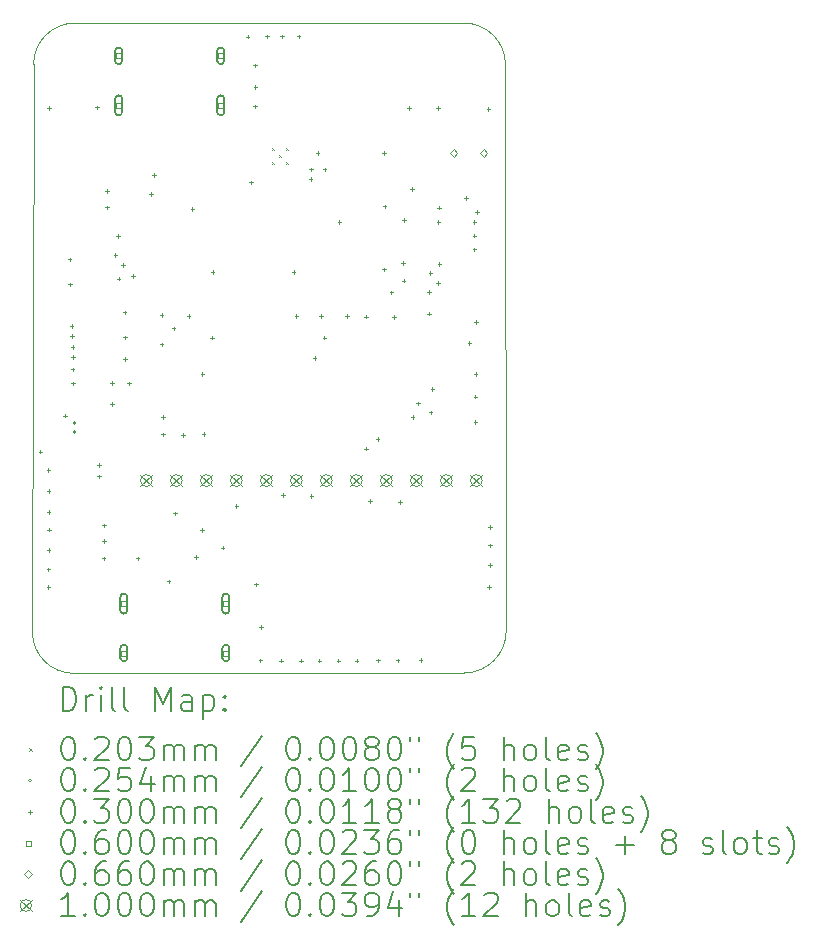
<source format=gbr>
%TF.GenerationSoftware,KiCad,Pcbnew,7.0.5*%
%TF.CreationDate,2023-07-07T08:45:00+03:00*%
%TF.ProjectId,carrier_board_v1,63617272-6965-4725-9f62-6f6172645f76,v01*%
%TF.SameCoordinates,Original*%
%TF.FileFunction,Drillmap*%
%TF.FilePolarity,Positive*%
%FSLAX45Y45*%
G04 Gerber Fmt 4.5, Leading zero omitted, Abs format (unit mm)*
G04 Created by KiCad (PCBNEW 7.0.5) date 2023-07-07 08:45:00*
%MOMM*%
%LPD*%
G01*
G04 APERTURE LIST*
%ADD10C,0.100000*%
%ADD11C,0.200000*%
%ADD12C,0.020320*%
%ADD13C,0.025400*%
%ADD14C,0.030000*%
%ADD15C,0.060000*%
%ADD16C,0.066040*%
G04 APERTURE END LIST*
D10*
X16653870Y-12994235D02*
X16647513Y-8197487D01*
X13002487Y-7847487D02*
G75*
G03*
X12652487Y-8197487I3J-350003D01*
G01*
X12652487Y-8197487D02*
X12642487Y-13002513D01*
X12992487Y-13352513D02*
X16299235Y-13348870D01*
X12642487Y-13002513D02*
G75*
G03*
X12992487Y-13352513I350003J3D01*
G01*
X16297513Y-7847487D02*
X13002487Y-7847487D01*
X16299235Y-13348870D02*
G75*
G03*
X16653870Y-12994235I5J354630D01*
G01*
X16647513Y-8197487D02*
G75*
G03*
X16297513Y-7847487I-350003J-3D01*
G01*
D11*
D12*
X14668340Y-8903340D02*
X14688660Y-8923660D01*
X14688660Y-8903340D02*
X14668340Y-8923660D01*
X14668340Y-9021340D02*
X14688660Y-9041660D01*
X14688660Y-9021340D02*
X14668340Y-9041660D01*
X14727340Y-8962340D02*
X14747660Y-8982660D01*
X14747660Y-8962340D02*
X14727340Y-8982660D01*
X14786340Y-8903340D02*
X14806660Y-8923660D01*
X14806660Y-8903340D02*
X14786340Y-8923660D01*
X14786340Y-9021340D02*
X14806660Y-9041660D01*
X14806660Y-9021340D02*
X14786340Y-9041660D01*
D13*
X13012700Y-11230000D02*
G75*
G03*
X13012700Y-11230000I-12700J0D01*
G01*
X13012700Y-11310000D02*
G75*
G03*
X13012700Y-11310000I-12700J0D01*
G01*
D14*
X12710000Y-11460000D02*
X12710000Y-11490000D01*
X12695000Y-11475000D02*
X12725000Y-11475000D01*
X12777500Y-11617500D02*
X12777500Y-11647500D01*
X12762500Y-11632500D02*
X12792500Y-11632500D01*
X12777500Y-12457500D02*
X12777500Y-12487500D01*
X12762500Y-12472500D02*
X12792500Y-12472500D01*
X12777500Y-12605000D02*
X12777500Y-12635000D01*
X12762500Y-12620000D02*
X12792500Y-12620000D01*
X12780000Y-11792500D02*
X12780000Y-11822500D01*
X12765000Y-11807500D02*
X12795000Y-11807500D01*
X12780000Y-11970000D02*
X12780000Y-12000000D01*
X12765000Y-11985000D02*
X12795000Y-11985000D01*
X12780000Y-12292500D02*
X12780000Y-12322500D01*
X12765000Y-12307500D02*
X12795000Y-12307500D01*
X12782500Y-8552500D02*
X12782500Y-8582500D01*
X12767500Y-8567500D02*
X12797500Y-8567500D01*
X12782500Y-12120000D02*
X12782500Y-12150000D01*
X12767500Y-12135000D02*
X12797500Y-12135000D01*
X12920000Y-11155000D02*
X12920000Y-11185000D01*
X12905000Y-11170000D02*
X12935000Y-11170000D01*
X12957500Y-9832500D02*
X12957500Y-9862500D01*
X12942500Y-9847500D02*
X12972500Y-9847500D01*
X12962500Y-10045000D02*
X12962500Y-10075000D01*
X12947500Y-10060000D02*
X12977500Y-10060000D01*
X12975000Y-10395000D02*
X12975000Y-10425000D01*
X12960000Y-10410000D02*
X12990000Y-10410000D01*
X12980000Y-10482500D02*
X12980000Y-10512500D01*
X12965000Y-10497500D02*
X12995000Y-10497500D01*
X12982500Y-10572500D02*
X12982500Y-10602500D01*
X12967500Y-10587500D02*
X12997500Y-10587500D01*
X12982500Y-10763774D02*
X12982500Y-10793774D01*
X12967500Y-10778774D02*
X12997500Y-10778774D01*
X12985000Y-10657500D02*
X12985000Y-10687500D01*
X12970000Y-10672500D02*
X13000000Y-10672500D01*
X12986371Y-10882498D02*
X12986371Y-10912498D01*
X12971371Y-10897498D02*
X13001371Y-10897498D01*
X13190000Y-8545000D02*
X13190000Y-8575000D01*
X13175000Y-8560000D02*
X13205000Y-8560000D01*
X13205000Y-11575000D02*
X13205000Y-11605000D01*
X13190000Y-11590000D02*
X13220000Y-11590000D01*
X13207500Y-11670000D02*
X13207500Y-11700000D01*
X13192500Y-11685000D02*
X13222500Y-11685000D01*
X13245000Y-12365000D02*
X13245000Y-12395000D01*
X13230000Y-12380000D02*
X13260000Y-12380000D01*
X13247500Y-12085000D02*
X13247500Y-12115000D01*
X13232500Y-12100000D02*
X13262500Y-12100000D01*
X13247500Y-12217500D02*
X13247500Y-12247500D01*
X13232500Y-12232500D02*
X13262500Y-12232500D01*
X13275000Y-9255000D02*
X13275000Y-9285000D01*
X13260000Y-9270000D02*
X13290000Y-9270000D01*
X13275000Y-9392500D02*
X13275000Y-9422500D01*
X13260000Y-9407500D02*
X13290000Y-9407500D01*
X13317500Y-10877500D02*
X13317500Y-10907500D01*
X13302500Y-10892500D02*
X13332500Y-10892500D01*
X13317500Y-11057500D02*
X13317500Y-11087500D01*
X13302500Y-11072500D02*
X13332500Y-11072500D01*
X13345001Y-9795225D02*
X13345001Y-9825225D01*
X13330001Y-9810225D02*
X13360001Y-9810225D01*
X13367500Y-9635000D02*
X13367500Y-9665000D01*
X13352500Y-9650000D02*
X13382500Y-9650000D01*
X13372500Y-9995225D02*
X13372500Y-10025225D01*
X13357500Y-10010225D02*
X13387500Y-10010225D01*
X13407500Y-9880000D02*
X13407500Y-9910000D01*
X13392500Y-9895000D02*
X13422500Y-9895000D01*
X13422500Y-10282500D02*
X13422500Y-10312500D01*
X13407500Y-10297500D02*
X13437500Y-10297500D01*
X13425000Y-10492500D02*
X13425000Y-10522500D01*
X13410000Y-10507500D02*
X13440000Y-10507500D01*
X13425000Y-10675000D02*
X13425000Y-10705000D01*
X13410000Y-10690000D02*
X13440000Y-10690000D01*
X13462500Y-10882500D02*
X13462500Y-10912500D01*
X13447500Y-10897500D02*
X13477500Y-10897500D01*
X13495000Y-9975000D02*
X13495000Y-10005000D01*
X13480000Y-9990000D02*
X13510000Y-9990000D01*
X13533475Y-12364025D02*
X13533475Y-12394025D01*
X13518475Y-12379025D02*
X13548475Y-12379025D01*
X13645000Y-9277500D02*
X13645000Y-9307500D01*
X13630000Y-9292500D02*
X13660000Y-9292500D01*
X13672500Y-9120000D02*
X13672500Y-9150000D01*
X13657500Y-9135000D02*
X13687500Y-9135000D01*
X13737500Y-10305000D02*
X13737500Y-10335000D01*
X13722500Y-10320000D02*
X13752500Y-10320000D01*
X13737500Y-10552500D02*
X13737500Y-10582500D01*
X13722500Y-10567500D02*
X13752500Y-10567500D01*
X13747500Y-11167500D02*
X13747500Y-11197500D01*
X13732500Y-11182500D02*
X13762500Y-11182500D01*
X13747500Y-11315000D02*
X13747500Y-11345000D01*
X13732500Y-11330000D02*
X13762500Y-11330000D01*
X13795000Y-12560000D02*
X13795000Y-12590000D01*
X13780000Y-12575000D02*
X13810000Y-12575000D01*
X13837500Y-10417500D02*
X13837500Y-10447500D01*
X13822500Y-10432500D02*
X13852500Y-10432500D01*
X13850000Y-11982500D02*
X13850000Y-12012500D01*
X13835000Y-11997500D02*
X13865000Y-11997500D01*
X13917500Y-11317500D02*
X13917500Y-11347500D01*
X13902500Y-11332500D02*
X13932500Y-11332500D01*
X13965000Y-10310000D02*
X13965000Y-10340000D01*
X13950000Y-10325000D02*
X13980000Y-10325000D01*
X13997500Y-9405000D02*
X13997500Y-9435000D01*
X13982500Y-9420000D02*
X14012500Y-9420000D01*
X14028975Y-12351025D02*
X14028975Y-12381025D01*
X14013975Y-12366025D02*
X14043975Y-12366025D01*
X14080000Y-12125000D02*
X14080000Y-12155000D01*
X14065000Y-12140000D02*
X14095000Y-12140000D01*
X14082500Y-10805000D02*
X14082500Y-10835000D01*
X14067500Y-10820000D02*
X14097500Y-10820000D01*
X14092500Y-11312500D02*
X14092500Y-11342500D01*
X14077500Y-11327500D02*
X14107500Y-11327500D01*
X14162501Y-10494999D02*
X14162501Y-10524999D01*
X14147501Y-10509999D02*
X14177501Y-10509999D01*
X14167500Y-9940000D02*
X14167500Y-9970000D01*
X14152500Y-9955000D02*
X14182500Y-9955000D01*
X14252500Y-12272500D02*
X14252500Y-12302500D01*
X14237500Y-12287500D02*
X14267500Y-12287500D01*
X14370000Y-11920000D02*
X14370000Y-11950000D01*
X14355000Y-11935000D02*
X14385000Y-11935000D01*
X14465000Y-7947500D02*
X14465000Y-7977500D01*
X14450000Y-7962500D02*
X14480000Y-7962500D01*
X14495000Y-9180000D02*
X14495000Y-9210000D01*
X14480000Y-9195000D02*
X14510000Y-9195000D01*
X14526254Y-8190981D02*
X14526254Y-8220981D01*
X14511254Y-8205981D02*
X14541254Y-8205981D01*
X14527500Y-8537500D02*
X14527500Y-8567500D01*
X14512500Y-8552500D02*
X14542500Y-8552500D01*
X14530000Y-8372500D02*
X14530000Y-8402500D01*
X14515000Y-8387500D02*
X14545000Y-8387500D01*
X14535000Y-12585000D02*
X14535000Y-12615000D01*
X14520000Y-12600000D02*
X14550000Y-12600000D01*
X14572500Y-13227500D02*
X14572500Y-13257500D01*
X14557500Y-13242500D02*
X14587500Y-13242500D01*
X14577500Y-12945000D02*
X14577500Y-12975000D01*
X14562500Y-12960000D02*
X14592500Y-12960000D01*
X14627500Y-7945000D02*
X14627500Y-7975000D01*
X14612500Y-7960000D02*
X14642500Y-7960000D01*
X14747500Y-13230000D02*
X14747500Y-13260000D01*
X14732500Y-13245000D02*
X14762500Y-13245000D01*
X14757500Y-7945000D02*
X14757500Y-7975000D01*
X14742500Y-7960000D02*
X14772500Y-7960000D01*
X14765000Y-11830000D02*
X14765000Y-11860000D01*
X14750000Y-11845000D02*
X14780000Y-11845000D01*
X14855000Y-9940000D02*
X14855000Y-9970000D01*
X14840000Y-9955000D02*
X14870000Y-9955000D01*
X14877500Y-10312500D02*
X14877500Y-10342500D01*
X14862500Y-10327500D02*
X14892500Y-10327500D01*
X14897500Y-7945000D02*
X14897500Y-7975000D01*
X14882500Y-7960000D02*
X14912500Y-7960000D01*
X14917500Y-13230000D02*
X14917500Y-13260000D01*
X14902500Y-13245000D02*
X14932500Y-13245000D01*
X14997500Y-9150000D02*
X14997500Y-9180000D01*
X14982500Y-9165000D02*
X15012500Y-9165000D01*
X15000000Y-9070000D02*
X15000000Y-9100000D01*
X14985000Y-9085000D02*
X15015000Y-9085000D01*
X15005000Y-11837500D02*
X15005000Y-11867500D01*
X14990000Y-11852500D02*
X15020000Y-11852500D01*
X15032500Y-10667500D02*
X15032500Y-10697500D01*
X15017500Y-10682500D02*
X15047500Y-10682500D01*
X15057500Y-8932500D02*
X15057500Y-8962500D01*
X15042500Y-8947500D02*
X15072500Y-8947500D01*
X15072500Y-13230000D02*
X15072500Y-13260000D01*
X15057500Y-13245000D02*
X15087500Y-13245000D01*
X15085000Y-10312500D02*
X15085000Y-10342500D01*
X15070000Y-10327500D02*
X15100000Y-10327500D01*
X15115000Y-10495000D02*
X15115000Y-10525000D01*
X15100000Y-10510000D02*
X15130000Y-10510000D01*
X15117500Y-9070000D02*
X15117500Y-9100000D01*
X15102500Y-9085000D02*
X15132500Y-9085000D01*
X15232500Y-13230000D02*
X15232500Y-13260000D01*
X15217500Y-13245000D02*
X15247500Y-13245000D01*
X15242500Y-9515000D02*
X15242500Y-9545000D01*
X15227500Y-9530000D02*
X15257500Y-9530000D01*
X15307500Y-10312500D02*
X15307500Y-10342500D01*
X15292500Y-10327500D02*
X15322500Y-10327500D01*
X15387500Y-13230000D02*
X15387500Y-13260000D01*
X15372500Y-13245000D02*
X15402500Y-13245000D01*
X15467500Y-10317500D02*
X15467500Y-10347500D01*
X15452500Y-10332500D02*
X15482500Y-10332500D01*
X15467500Y-11435000D02*
X15467500Y-11465000D01*
X15452500Y-11450000D02*
X15482500Y-11450000D01*
X15500000Y-11877500D02*
X15500000Y-11907500D01*
X15485000Y-11892500D02*
X15515000Y-11892500D01*
X15565000Y-11352500D02*
X15565000Y-11382500D01*
X15550000Y-11367500D02*
X15580000Y-11367500D01*
X15567500Y-13227500D02*
X15567500Y-13257500D01*
X15552500Y-13242500D02*
X15582500Y-13242500D01*
X15620000Y-8932500D02*
X15620000Y-8962500D01*
X15605000Y-8947500D02*
X15635000Y-8947500D01*
X15620000Y-9917500D02*
X15620000Y-9947500D01*
X15605000Y-9932500D02*
X15635000Y-9932500D01*
X15625000Y-9385000D02*
X15625000Y-9415000D01*
X15610000Y-9400000D02*
X15640000Y-9400000D01*
X15682500Y-10112500D02*
X15682500Y-10142500D01*
X15667500Y-10127500D02*
X15697500Y-10127500D01*
X15702500Y-10322500D02*
X15702500Y-10352500D01*
X15687500Y-10337500D02*
X15717500Y-10337500D01*
X15735000Y-13227500D02*
X15735000Y-13257500D01*
X15720000Y-13242500D02*
X15750000Y-13242500D01*
X15755000Y-11885000D02*
X15755000Y-11915000D01*
X15740000Y-11900000D02*
X15770000Y-11900000D01*
X15782500Y-9862500D02*
X15782500Y-9892500D01*
X15767500Y-9877500D02*
X15797500Y-9877500D01*
X15785000Y-10012500D02*
X15785000Y-10042500D01*
X15770000Y-10027500D02*
X15800000Y-10027500D01*
X15787500Y-9497500D02*
X15787500Y-9527500D01*
X15772500Y-9512500D02*
X15802500Y-9512500D01*
X15830000Y-8552500D02*
X15830000Y-8582500D01*
X15815000Y-8567500D02*
X15845000Y-8567500D01*
X15857500Y-9237500D02*
X15857500Y-9267500D01*
X15842500Y-9252500D02*
X15872500Y-9252500D01*
X15862500Y-11167500D02*
X15862500Y-11197500D01*
X15847500Y-11182500D02*
X15877500Y-11182500D01*
X15907500Y-11052500D02*
X15907500Y-11082500D01*
X15892500Y-11067500D02*
X15922500Y-11067500D01*
X15930000Y-13225000D02*
X15930000Y-13255000D01*
X15915000Y-13240000D02*
X15945000Y-13240000D01*
X16000000Y-10107500D02*
X16000000Y-10137500D01*
X15985000Y-10122500D02*
X16015000Y-10122500D01*
X16002500Y-10292500D02*
X16002500Y-10322500D01*
X15987500Y-10307500D02*
X16017500Y-10307500D01*
X16012500Y-9950000D02*
X16012500Y-9980000D01*
X15997500Y-9965000D02*
X16027500Y-9965000D01*
X16015000Y-11127500D02*
X16015000Y-11157500D01*
X16000000Y-11142500D02*
X16030000Y-11142500D01*
X16030000Y-10932500D02*
X16030000Y-10962500D01*
X16015000Y-10947500D02*
X16045000Y-10947500D01*
X16077500Y-8552500D02*
X16077500Y-8582500D01*
X16062500Y-8567500D02*
X16092500Y-8567500D01*
X16077500Y-10035000D02*
X16077500Y-10065000D01*
X16062500Y-10050000D02*
X16092500Y-10050000D01*
X16080000Y-9517500D02*
X16080000Y-9547500D01*
X16065000Y-9532500D02*
X16095000Y-9532500D01*
X16085000Y-9395000D02*
X16085000Y-9425000D01*
X16070000Y-9410000D02*
X16100000Y-9410000D01*
X16087500Y-9872500D02*
X16087500Y-9902500D01*
X16072500Y-9887500D02*
X16102500Y-9887500D01*
X16315000Y-9312500D02*
X16315000Y-9342500D01*
X16300000Y-9327500D02*
X16330000Y-9327500D01*
X16342500Y-10540000D02*
X16342500Y-10570000D01*
X16327500Y-10555000D02*
X16357500Y-10555000D01*
X16385000Y-9517500D02*
X16385000Y-9547500D01*
X16370000Y-9532500D02*
X16400000Y-9532500D01*
X16385000Y-9632500D02*
X16385000Y-9662500D01*
X16370000Y-9647500D02*
X16400000Y-9647500D01*
X16385000Y-9747500D02*
X16385000Y-9777500D01*
X16370000Y-9762500D02*
X16400000Y-9762500D01*
X16392500Y-10995000D02*
X16392500Y-11025000D01*
X16377500Y-11010000D02*
X16407500Y-11010000D01*
X16392500Y-11207500D02*
X16392500Y-11237500D01*
X16377500Y-11222500D02*
X16407500Y-11222500D01*
X16395000Y-10805000D02*
X16395000Y-10835000D01*
X16380000Y-10820000D02*
X16410000Y-10820000D01*
X16397500Y-10365000D02*
X16397500Y-10395000D01*
X16382500Y-10380000D02*
X16412500Y-10380000D01*
X16408236Y-9430277D02*
X16408236Y-9460277D01*
X16393236Y-9445277D02*
X16423236Y-9445277D01*
X16502500Y-8560000D02*
X16502500Y-8590000D01*
X16487500Y-8575000D02*
X16517500Y-8575000D01*
X16510000Y-12605000D02*
X16510000Y-12635000D01*
X16495000Y-12620000D02*
X16525000Y-12620000D01*
X16515000Y-12097500D02*
X16515000Y-12127500D01*
X16500000Y-12112500D02*
X16530000Y-12112500D01*
X16515000Y-12420000D02*
X16515000Y-12450000D01*
X16500000Y-12435000D02*
X16530000Y-12435000D01*
X16517500Y-12255000D02*
X16517500Y-12285000D01*
X16502500Y-12270000D02*
X16532500Y-12270000D01*
D15*
X13394213Y-8146213D02*
X13394213Y-8103787D01*
X13351787Y-8103787D01*
X13351787Y-8146213D01*
X13394213Y-8146213D01*
D11*
X13343000Y-8085000D02*
X13343000Y-8165000D01*
X13343000Y-8165000D02*
G75*
G03*
X13403000Y-8165000I30000J0D01*
G01*
X13403000Y-8165000D02*
X13403000Y-8085000D01*
X13403000Y-8085000D02*
G75*
G03*
X13343000Y-8085000I-30000J0D01*
G01*
D15*
X13394213Y-8564213D02*
X13394213Y-8521787D01*
X13351787Y-8521787D01*
X13351787Y-8564213D01*
X13394213Y-8564213D01*
D11*
X13343000Y-8488000D02*
X13343000Y-8598000D01*
X13343000Y-8598000D02*
G75*
G03*
X13403000Y-8598000I30000J0D01*
G01*
X13403000Y-8598000D02*
X13403000Y-8488000D01*
X13403000Y-8488000D02*
G75*
G03*
X13343000Y-8488000I-30000J0D01*
G01*
D15*
X13437963Y-12783713D02*
X13437963Y-12741287D01*
X13395537Y-12741287D01*
X13395537Y-12783713D01*
X13437963Y-12783713D01*
D11*
X13446750Y-12817500D02*
X13446750Y-12707500D01*
X13446750Y-12707500D02*
G75*
G03*
X13386750Y-12707500I-30000J0D01*
G01*
X13386750Y-12707500D02*
X13386750Y-12817500D01*
X13386750Y-12817500D02*
G75*
G03*
X13446750Y-12817500I30000J0D01*
G01*
D15*
X13437963Y-13201713D02*
X13437963Y-13159287D01*
X13395537Y-13159287D01*
X13395537Y-13201713D01*
X13437963Y-13201713D01*
D11*
X13446750Y-13220500D02*
X13446750Y-13140500D01*
X13446750Y-13140500D02*
G75*
G03*
X13386750Y-13140500I-30000J0D01*
G01*
X13386750Y-13140500D02*
X13386750Y-13220500D01*
X13386750Y-13220500D02*
G75*
G03*
X13446750Y-13220500I30000J0D01*
G01*
D15*
X14258213Y-8146213D02*
X14258213Y-8103787D01*
X14215787Y-8103787D01*
X14215787Y-8146213D01*
X14258213Y-8146213D01*
D11*
X14207000Y-8085000D02*
X14207000Y-8165000D01*
X14207000Y-8165000D02*
G75*
G03*
X14267000Y-8165000I30000J0D01*
G01*
X14267000Y-8165000D02*
X14267000Y-8085000D01*
X14267000Y-8085000D02*
G75*
G03*
X14207000Y-8085000I-30000J0D01*
G01*
D15*
X14258213Y-8564213D02*
X14258213Y-8521787D01*
X14215787Y-8521787D01*
X14215787Y-8564213D01*
X14258213Y-8564213D01*
D11*
X14207000Y-8488000D02*
X14207000Y-8598000D01*
X14207000Y-8598000D02*
G75*
G03*
X14267000Y-8598000I30000J0D01*
G01*
X14267000Y-8598000D02*
X14267000Y-8488000D01*
X14267000Y-8488000D02*
G75*
G03*
X14207000Y-8488000I-30000J0D01*
G01*
D15*
X14301963Y-12783713D02*
X14301963Y-12741287D01*
X14259537Y-12741287D01*
X14259537Y-12783713D01*
X14301963Y-12783713D01*
D11*
X14310750Y-12817500D02*
X14310750Y-12707500D01*
X14310750Y-12707500D02*
G75*
G03*
X14250750Y-12707500I-30000J0D01*
G01*
X14250750Y-12707500D02*
X14250750Y-12817500D01*
X14250750Y-12817500D02*
G75*
G03*
X14310750Y-12817500I30000J0D01*
G01*
D15*
X14301963Y-13201713D02*
X14301963Y-13159287D01*
X14259537Y-13159287D01*
X14259537Y-13201713D01*
X14301963Y-13201713D01*
D11*
X14310750Y-13220500D02*
X14310750Y-13140500D01*
X14310750Y-13140500D02*
G75*
G03*
X14250750Y-13140500I-30000J0D01*
G01*
X14250750Y-13140500D02*
X14250750Y-13220500D01*
X14250750Y-13220500D02*
G75*
G03*
X14310750Y-13220500I30000J0D01*
G01*
D16*
X16208000Y-8980520D02*
X16241020Y-8947500D01*
X16208000Y-8914480D01*
X16174980Y-8947500D01*
X16208000Y-8980520D01*
X16462000Y-8980520D02*
X16495020Y-8947500D01*
X16462000Y-8914480D01*
X16428980Y-8947500D01*
X16462000Y-8980520D01*
D10*
X13557500Y-11670000D02*
X13657500Y-11770000D01*
X13657500Y-11670000D02*
X13557500Y-11770000D01*
X13657500Y-11720000D02*
G75*
G03*
X13657500Y-11720000I-50000J0D01*
G01*
X13811500Y-11670000D02*
X13911500Y-11770000D01*
X13911500Y-11670000D02*
X13811500Y-11770000D01*
X13911500Y-11720000D02*
G75*
G03*
X13911500Y-11720000I-50000J0D01*
G01*
X14065500Y-11670000D02*
X14165500Y-11770000D01*
X14165500Y-11670000D02*
X14065500Y-11770000D01*
X14165500Y-11720000D02*
G75*
G03*
X14165500Y-11720000I-50000J0D01*
G01*
X14319500Y-11670000D02*
X14419500Y-11770000D01*
X14419500Y-11670000D02*
X14319500Y-11770000D01*
X14419500Y-11720000D02*
G75*
G03*
X14419500Y-11720000I-50000J0D01*
G01*
X14573500Y-11670000D02*
X14673500Y-11770000D01*
X14673500Y-11670000D02*
X14573500Y-11770000D01*
X14673500Y-11720000D02*
G75*
G03*
X14673500Y-11720000I-50000J0D01*
G01*
X14827500Y-11670000D02*
X14927500Y-11770000D01*
X14927500Y-11670000D02*
X14827500Y-11770000D01*
X14927500Y-11720000D02*
G75*
G03*
X14927500Y-11720000I-50000J0D01*
G01*
X15081500Y-11670000D02*
X15181500Y-11770000D01*
X15181500Y-11670000D02*
X15081500Y-11770000D01*
X15181500Y-11720000D02*
G75*
G03*
X15181500Y-11720000I-50000J0D01*
G01*
X15335500Y-11670000D02*
X15435500Y-11770000D01*
X15435500Y-11670000D02*
X15335500Y-11770000D01*
X15435500Y-11720000D02*
G75*
G03*
X15435500Y-11720000I-50000J0D01*
G01*
X15589500Y-11670000D02*
X15689500Y-11770000D01*
X15689500Y-11670000D02*
X15589500Y-11770000D01*
X15689500Y-11720000D02*
G75*
G03*
X15689500Y-11720000I-50000J0D01*
G01*
X15843500Y-11670000D02*
X15943500Y-11770000D01*
X15943500Y-11670000D02*
X15843500Y-11770000D01*
X15943500Y-11720000D02*
G75*
G03*
X15943500Y-11720000I-50000J0D01*
G01*
X16097500Y-11670000D02*
X16197500Y-11770000D01*
X16197500Y-11670000D02*
X16097500Y-11770000D01*
X16197500Y-11720000D02*
G75*
G03*
X16197500Y-11720000I-50000J0D01*
G01*
X16351500Y-11670000D02*
X16451500Y-11770000D01*
X16451500Y-11670000D02*
X16351500Y-11770000D01*
X16451500Y-11720000D02*
G75*
G03*
X16451500Y-11720000I-50000J0D01*
G01*
D11*
X12898264Y-13668996D02*
X12898264Y-13468996D01*
X12898264Y-13468996D02*
X12945883Y-13468996D01*
X12945883Y-13468996D02*
X12974455Y-13478520D01*
X12974455Y-13478520D02*
X12993502Y-13497568D01*
X12993502Y-13497568D02*
X13003026Y-13516615D01*
X13003026Y-13516615D02*
X13012550Y-13554711D01*
X13012550Y-13554711D02*
X13012550Y-13583282D01*
X13012550Y-13583282D02*
X13003026Y-13621377D01*
X13003026Y-13621377D02*
X12993502Y-13640425D01*
X12993502Y-13640425D02*
X12974455Y-13659473D01*
X12974455Y-13659473D02*
X12945883Y-13668996D01*
X12945883Y-13668996D02*
X12898264Y-13668996D01*
X13098264Y-13668996D02*
X13098264Y-13535663D01*
X13098264Y-13573758D02*
X13107788Y-13554711D01*
X13107788Y-13554711D02*
X13117312Y-13545187D01*
X13117312Y-13545187D02*
X13136359Y-13535663D01*
X13136359Y-13535663D02*
X13155407Y-13535663D01*
X13222074Y-13668996D02*
X13222074Y-13535663D01*
X13222074Y-13468996D02*
X13212550Y-13478520D01*
X13212550Y-13478520D02*
X13222074Y-13488044D01*
X13222074Y-13488044D02*
X13231597Y-13478520D01*
X13231597Y-13478520D02*
X13222074Y-13468996D01*
X13222074Y-13468996D02*
X13222074Y-13488044D01*
X13345883Y-13668996D02*
X13326836Y-13659473D01*
X13326836Y-13659473D02*
X13317312Y-13640425D01*
X13317312Y-13640425D02*
X13317312Y-13468996D01*
X13450645Y-13668996D02*
X13431597Y-13659473D01*
X13431597Y-13659473D02*
X13422074Y-13640425D01*
X13422074Y-13640425D02*
X13422074Y-13468996D01*
X13679217Y-13668996D02*
X13679217Y-13468996D01*
X13679217Y-13468996D02*
X13745883Y-13611853D01*
X13745883Y-13611853D02*
X13812550Y-13468996D01*
X13812550Y-13468996D02*
X13812550Y-13668996D01*
X13993502Y-13668996D02*
X13993502Y-13564234D01*
X13993502Y-13564234D02*
X13983978Y-13545187D01*
X13983978Y-13545187D02*
X13964931Y-13535663D01*
X13964931Y-13535663D02*
X13926836Y-13535663D01*
X13926836Y-13535663D02*
X13907788Y-13545187D01*
X13993502Y-13659473D02*
X13974455Y-13668996D01*
X13974455Y-13668996D02*
X13926836Y-13668996D01*
X13926836Y-13668996D02*
X13907788Y-13659473D01*
X13907788Y-13659473D02*
X13898264Y-13640425D01*
X13898264Y-13640425D02*
X13898264Y-13621377D01*
X13898264Y-13621377D02*
X13907788Y-13602330D01*
X13907788Y-13602330D02*
X13926836Y-13592806D01*
X13926836Y-13592806D02*
X13974455Y-13592806D01*
X13974455Y-13592806D02*
X13993502Y-13583282D01*
X14088740Y-13535663D02*
X14088740Y-13735663D01*
X14088740Y-13545187D02*
X14107788Y-13535663D01*
X14107788Y-13535663D02*
X14145883Y-13535663D01*
X14145883Y-13535663D02*
X14164931Y-13545187D01*
X14164931Y-13545187D02*
X14174455Y-13554711D01*
X14174455Y-13554711D02*
X14183978Y-13573758D01*
X14183978Y-13573758D02*
X14183978Y-13630901D01*
X14183978Y-13630901D02*
X14174455Y-13649949D01*
X14174455Y-13649949D02*
X14164931Y-13659473D01*
X14164931Y-13659473D02*
X14145883Y-13668996D01*
X14145883Y-13668996D02*
X14107788Y-13668996D01*
X14107788Y-13668996D02*
X14088740Y-13659473D01*
X14269693Y-13649949D02*
X14279217Y-13659473D01*
X14279217Y-13659473D02*
X14269693Y-13668996D01*
X14269693Y-13668996D02*
X14260169Y-13659473D01*
X14260169Y-13659473D02*
X14269693Y-13649949D01*
X14269693Y-13649949D02*
X14269693Y-13668996D01*
X14269693Y-13545187D02*
X14279217Y-13554711D01*
X14279217Y-13554711D02*
X14269693Y-13564234D01*
X14269693Y-13564234D02*
X14260169Y-13554711D01*
X14260169Y-13554711D02*
X14269693Y-13545187D01*
X14269693Y-13545187D02*
X14269693Y-13564234D01*
D12*
X12617167Y-13987353D02*
X12637487Y-14007673D01*
X12637487Y-13987353D02*
X12617167Y-14007673D01*
D11*
X12936359Y-13888996D02*
X12955407Y-13888996D01*
X12955407Y-13888996D02*
X12974455Y-13898520D01*
X12974455Y-13898520D02*
X12983978Y-13908044D01*
X12983978Y-13908044D02*
X12993502Y-13927092D01*
X12993502Y-13927092D02*
X13003026Y-13965187D01*
X13003026Y-13965187D02*
X13003026Y-14012806D01*
X13003026Y-14012806D02*
X12993502Y-14050901D01*
X12993502Y-14050901D02*
X12983978Y-14069949D01*
X12983978Y-14069949D02*
X12974455Y-14079473D01*
X12974455Y-14079473D02*
X12955407Y-14088996D01*
X12955407Y-14088996D02*
X12936359Y-14088996D01*
X12936359Y-14088996D02*
X12917312Y-14079473D01*
X12917312Y-14079473D02*
X12907788Y-14069949D01*
X12907788Y-14069949D02*
X12898264Y-14050901D01*
X12898264Y-14050901D02*
X12888740Y-14012806D01*
X12888740Y-14012806D02*
X12888740Y-13965187D01*
X12888740Y-13965187D02*
X12898264Y-13927092D01*
X12898264Y-13927092D02*
X12907788Y-13908044D01*
X12907788Y-13908044D02*
X12917312Y-13898520D01*
X12917312Y-13898520D02*
X12936359Y-13888996D01*
X13088740Y-14069949D02*
X13098264Y-14079473D01*
X13098264Y-14079473D02*
X13088740Y-14088996D01*
X13088740Y-14088996D02*
X13079217Y-14079473D01*
X13079217Y-14079473D02*
X13088740Y-14069949D01*
X13088740Y-14069949D02*
X13088740Y-14088996D01*
X13174455Y-13908044D02*
X13183978Y-13898520D01*
X13183978Y-13898520D02*
X13203026Y-13888996D01*
X13203026Y-13888996D02*
X13250645Y-13888996D01*
X13250645Y-13888996D02*
X13269693Y-13898520D01*
X13269693Y-13898520D02*
X13279217Y-13908044D01*
X13279217Y-13908044D02*
X13288740Y-13927092D01*
X13288740Y-13927092D02*
X13288740Y-13946139D01*
X13288740Y-13946139D02*
X13279217Y-13974711D01*
X13279217Y-13974711D02*
X13164931Y-14088996D01*
X13164931Y-14088996D02*
X13288740Y-14088996D01*
X13412550Y-13888996D02*
X13431598Y-13888996D01*
X13431598Y-13888996D02*
X13450645Y-13898520D01*
X13450645Y-13898520D02*
X13460169Y-13908044D01*
X13460169Y-13908044D02*
X13469693Y-13927092D01*
X13469693Y-13927092D02*
X13479217Y-13965187D01*
X13479217Y-13965187D02*
X13479217Y-14012806D01*
X13479217Y-14012806D02*
X13469693Y-14050901D01*
X13469693Y-14050901D02*
X13460169Y-14069949D01*
X13460169Y-14069949D02*
X13450645Y-14079473D01*
X13450645Y-14079473D02*
X13431598Y-14088996D01*
X13431598Y-14088996D02*
X13412550Y-14088996D01*
X13412550Y-14088996D02*
X13393502Y-14079473D01*
X13393502Y-14079473D02*
X13383978Y-14069949D01*
X13383978Y-14069949D02*
X13374455Y-14050901D01*
X13374455Y-14050901D02*
X13364931Y-14012806D01*
X13364931Y-14012806D02*
X13364931Y-13965187D01*
X13364931Y-13965187D02*
X13374455Y-13927092D01*
X13374455Y-13927092D02*
X13383978Y-13908044D01*
X13383978Y-13908044D02*
X13393502Y-13898520D01*
X13393502Y-13898520D02*
X13412550Y-13888996D01*
X13545883Y-13888996D02*
X13669693Y-13888996D01*
X13669693Y-13888996D02*
X13603026Y-13965187D01*
X13603026Y-13965187D02*
X13631598Y-13965187D01*
X13631598Y-13965187D02*
X13650645Y-13974711D01*
X13650645Y-13974711D02*
X13660169Y-13984234D01*
X13660169Y-13984234D02*
X13669693Y-14003282D01*
X13669693Y-14003282D02*
X13669693Y-14050901D01*
X13669693Y-14050901D02*
X13660169Y-14069949D01*
X13660169Y-14069949D02*
X13650645Y-14079473D01*
X13650645Y-14079473D02*
X13631598Y-14088996D01*
X13631598Y-14088996D02*
X13574455Y-14088996D01*
X13574455Y-14088996D02*
X13555407Y-14079473D01*
X13555407Y-14079473D02*
X13545883Y-14069949D01*
X13755407Y-14088996D02*
X13755407Y-13955663D01*
X13755407Y-13974711D02*
X13764931Y-13965187D01*
X13764931Y-13965187D02*
X13783978Y-13955663D01*
X13783978Y-13955663D02*
X13812550Y-13955663D01*
X13812550Y-13955663D02*
X13831598Y-13965187D01*
X13831598Y-13965187D02*
X13841121Y-13984234D01*
X13841121Y-13984234D02*
X13841121Y-14088996D01*
X13841121Y-13984234D02*
X13850645Y-13965187D01*
X13850645Y-13965187D02*
X13869693Y-13955663D01*
X13869693Y-13955663D02*
X13898264Y-13955663D01*
X13898264Y-13955663D02*
X13917312Y-13965187D01*
X13917312Y-13965187D02*
X13926836Y-13984234D01*
X13926836Y-13984234D02*
X13926836Y-14088996D01*
X14022074Y-14088996D02*
X14022074Y-13955663D01*
X14022074Y-13974711D02*
X14031598Y-13965187D01*
X14031598Y-13965187D02*
X14050645Y-13955663D01*
X14050645Y-13955663D02*
X14079217Y-13955663D01*
X14079217Y-13955663D02*
X14098264Y-13965187D01*
X14098264Y-13965187D02*
X14107788Y-13984234D01*
X14107788Y-13984234D02*
X14107788Y-14088996D01*
X14107788Y-13984234D02*
X14117312Y-13965187D01*
X14117312Y-13965187D02*
X14136359Y-13955663D01*
X14136359Y-13955663D02*
X14164931Y-13955663D01*
X14164931Y-13955663D02*
X14183979Y-13965187D01*
X14183979Y-13965187D02*
X14193502Y-13984234D01*
X14193502Y-13984234D02*
X14193502Y-14088996D01*
X14583979Y-13879473D02*
X14412550Y-14136615D01*
X14841121Y-13888996D02*
X14860169Y-13888996D01*
X14860169Y-13888996D02*
X14879217Y-13898520D01*
X14879217Y-13898520D02*
X14888741Y-13908044D01*
X14888741Y-13908044D02*
X14898264Y-13927092D01*
X14898264Y-13927092D02*
X14907788Y-13965187D01*
X14907788Y-13965187D02*
X14907788Y-14012806D01*
X14907788Y-14012806D02*
X14898264Y-14050901D01*
X14898264Y-14050901D02*
X14888741Y-14069949D01*
X14888741Y-14069949D02*
X14879217Y-14079473D01*
X14879217Y-14079473D02*
X14860169Y-14088996D01*
X14860169Y-14088996D02*
X14841121Y-14088996D01*
X14841121Y-14088996D02*
X14822074Y-14079473D01*
X14822074Y-14079473D02*
X14812550Y-14069949D01*
X14812550Y-14069949D02*
X14803026Y-14050901D01*
X14803026Y-14050901D02*
X14793502Y-14012806D01*
X14793502Y-14012806D02*
X14793502Y-13965187D01*
X14793502Y-13965187D02*
X14803026Y-13927092D01*
X14803026Y-13927092D02*
X14812550Y-13908044D01*
X14812550Y-13908044D02*
X14822074Y-13898520D01*
X14822074Y-13898520D02*
X14841121Y-13888996D01*
X14993502Y-14069949D02*
X15003026Y-14079473D01*
X15003026Y-14079473D02*
X14993502Y-14088996D01*
X14993502Y-14088996D02*
X14983979Y-14079473D01*
X14983979Y-14079473D02*
X14993502Y-14069949D01*
X14993502Y-14069949D02*
X14993502Y-14088996D01*
X15126836Y-13888996D02*
X15145883Y-13888996D01*
X15145883Y-13888996D02*
X15164931Y-13898520D01*
X15164931Y-13898520D02*
X15174455Y-13908044D01*
X15174455Y-13908044D02*
X15183979Y-13927092D01*
X15183979Y-13927092D02*
X15193502Y-13965187D01*
X15193502Y-13965187D02*
X15193502Y-14012806D01*
X15193502Y-14012806D02*
X15183979Y-14050901D01*
X15183979Y-14050901D02*
X15174455Y-14069949D01*
X15174455Y-14069949D02*
X15164931Y-14079473D01*
X15164931Y-14079473D02*
X15145883Y-14088996D01*
X15145883Y-14088996D02*
X15126836Y-14088996D01*
X15126836Y-14088996D02*
X15107788Y-14079473D01*
X15107788Y-14079473D02*
X15098264Y-14069949D01*
X15098264Y-14069949D02*
X15088741Y-14050901D01*
X15088741Y-14050901D02*
X15079217Y-14012806D01*
X15079217Y-14012806D02*
X15079217Y-13965187D01*
X15079217Y-13965187D02*
X15088741Y-13927092D01*
X15088741Y-13927092D02*
X15098264Y-13908044D01*
X15098264Y-13908044D02*
X15107788Y-13898520D01*
X15107788Y-13898520D02*
X15126836Y-13888996D01*
X15317312Y-13888996D02*
X15336360Y-13888996D01*
X15336360Y-13888996D02*
X15355407Y-13898520D01*
X15355407Y-13898520D02*
X15364931Y-13908044D01*
X15364931Y-13908044D02*
X15374455Y-13927092D01*
X15374455Y-13927092D02*
X15383979Y-13965187D01*
X15383979Y-13965187D02*
X15383979Y-14012806D01*
X15383979Y-14012806D02*
X15374455Y-14050901D01*
X15374455Y-14050901D02*
X15364931Y-14069949D01*
X15364931Y-14069949D02*
X15355407Y-14079473D01*
X15355407Y-14079473D02*
X15336360Y-14088996D01*
X15336360Y-14088996D02*
X15317312Y-14088996D01*
X15317312Y-14088996D02*
X15298264Y-14079473D01*
X15298264Y-14079473D02*
X15288741Y-14069949D01*
X15288741Y-14069949D02*
X15279217Y-14050901D01*
X15279217Y-14050901D02*
X15269693Y-14012806D01*
X15269693Y-14012806D02*
X15269693Y-13965187D01*
X15269693Y-13965187D02*
X15279217Y-13927092D01*
X15279217Y-13927092D02*
X15288741Y-13908044D01*
X15288741Y-13908044D02*
X15298264Y-13898520D01*
X15298264Y-13898520D02*
X15317312Y-13888996D01*
X15498264Y-13974711D02*
X15479217Y-13965187D01*
X15479217Y-13965187D02*
X15469693Y-13955663D01*
X15469693Y-13955663D02*
X15460169Y-13936615D01*
X15460169Y-13936615D02*
X15460169Y-13927092D01*
X15460169Y-13927092D02*
X15469693Y-13908044D01*
X15469693Y-13908044D02*
X15479217Y-13898520D01*
X15479217Y-13898520D02*
X15498264Y-13888996D01*
X15498264Y-13888996D02*
X15536360Y-13888996D01*
X15536360Y-13888996D02*
X15555407Y-13898520D01*
X15555407Y-13898520D02*
X15564931Y-13908044D01*
X15564931Y-13908044D02*
X15574455Y-13927092D01*
X15574455Y-13927092D02*
X15574455Y-13936615D01*
X15574455Y-13936615D02*
X15564931Y-13955663D01*
X15564931Y-13955663D02*
X15555407Y-13965187D01*
X15555407Y-13965187D02*
X15536360Y-13974711D01*
X15536360Y-13974711D02*
X15498264Y-13974711D01*
X15498264Y-13974711D02*
X15479217Y-13984234D01*
X15479217Y-13984234D02*
X15469693Y-13993758D01*
X15469693Y-13993758D02*
X15460169Y-14012806D01*
X15460169Y-14012806D02*
X15460169Y-14050901D01*
X15460169Y-14050901D02*
X15469693Y-14069949D01*
X15469693Y-14069949D02*
X15479217Y-14079473D01*
X15479217Y-14079473D02*
X15498264Y-14088996D01*
X15498264Y-14088996D02*
X15536360Y-14088996D01*
X15536360Y-14088996D02*
X15555407Y-14079473D01*
X15555407Y-14079473D02*
X15564931Y-14069949D01*
X15564931Y-14069949D02*
X15574455Y-14050901D01*
X15574455Y-14050901D02*
X15574455Y-14012806D01*
X15574455Y-14012806D02*
X15564931Y-13993758D01*
X15564931Y-13993758D02*
X15555407Y-13984234D01*
X15555407Y-13984234D02*
X15536360Y-13974711D01*
X15698264Y-13888996D02*
X15717312Y-13888996D01*
X15717312Y-13888996D02*
X15736360Y-13898520D01*
X15736360Y-13898520D02*
X15745883Y-13908044D01*
X15745883Y-13908044D02*
X15755407Y-13927092D01*
X15755407Y-13927092D02*
X15764931Y-13965187D01*
X15764931Y-13965187D02*
X15764931Y-14012806D01*
X15764931Y-14012806D02*
X15755407Y-14050901D01*
X15755407Y-14050901D02*
X15745883Y-14069949D01*
X15745883Y-14069949D02*
X15736360Y-14079473D01*
X15736360Y-14079473D02*
X15717312Y-14088996D01*
X15717312Y-14088996D02*
X15698264Y-14088996D01*
X15698264Y-14088996D02*
X15679217Y-14079473D01*
X15679217Y-14079473D02*
X15669693Y-14069949D01*
X15669693Y-14069949D02*
X15660169Y-14050901D01*
X15660169Y-14050901D02*
X15650645Y-14012806D01*
X15650645Y-14012806D02*
X15650645Y-13965187D01*
X15650645Y-13965187D02*
X15660169Y-13927092D01*
X15660169Y-13927092D02*
X15669693Y-13908044D01*
X15669693Y-13908044D02*
X15679217Y-13898520D01*
X15679217Y-13898520D02*
X15698264Y-13888996D01*
X15841122Y-13888996D02*
X15841122Y-13927092D01*
X15917312Y-13888996D02*
X15917312Y-13927092D01*
X16212550Y-14165187D02*
X16203026Y-14155663D01*
X16203026Y-14155663D02*
X16183979Y-14127092D01*
X16183979Y-14127092D02*
X16174455Y-14108044D01*
X16174455Y-14108044D02*
X16164931Y-14079473D01*
X16164931Y-14079473D02*
X16155407Y-14031853D01*
X16155407Y-14031853D02*
X16155407Y-13993758D01*
X16155407Y-13993758D02*
X16164931Y-13946139D01*
X16164931Y-13946139D02*
X16174455Y-13917568D01*
X16174455Y-13917568D02*
X16183979Y-13898520D01*
X16183979Y-13898520D02*
X16203026Y-13869949D01*
X16203026Y-13869949D02*
X16212550Y-13860425D01*
X16383979Y-13888996D02*
X16288741Y-13888996D01*
X16288741Y-13888996D02*
X16279217Y-13984234D01*
X16279217Y-13984234D02*
X16288741Y-13974711D01*
X16288741Y-13974711D02*
X16307788Y-13965187D01*
X16307788Y-13965187D02*
X16355407Y-13965187D01*
X16355407Y-13965187D02*
X16374455Y-13974711D01*
X16374455Y-13974711D02*
X16383979Y-13984234D01*
X16383979Y-13984234D02*
X16393503Y-14003282D01*
X16393503Y-14003282D02*
X16393503Y-14050901D01*
X16393503Y-14050901D02*
X16383979Y-14069949D01*
X16383979Y-14069949D02*
X16374455Y-14079473D01*
X16374455Y-14079473D02*
X16355407Y-14088996D01*
X16355407Y-14088996D02*
X16307788Y-14088996D01*
X16307788Y-14088996D02*
X16288741Y-14079473D01*
X16288741Y-14079473D02*
X16279217Y-14069949D01*
X16631598Y-14088996D02*
X16631598Y-13888996D01*
X16717312Y-14088996D02*
X16717312Y-13984234D01*
X16717312Y-13984234D02*
X16707788Y-13965187D01*
X16707788Y-13965187D02*
X16688741Y-13955663D01*
X16688741Y-13955663D02*
X16660169Y-13955663D01*
X16660169Y-13955663D02*
X16641122Y-13965187D01*
X16641122Y-13965187D02*
X16631598Y-13974711D01*
X16841122Y-14088996D02*
X16822074Y-14079473D01*
X16822074Y-14079473D02*
X16812550Y-14069949D01*
X16812550Y-14069949D02*
X16803027Y-14050901D01*
X16803027Y-14050901D02*
X16803027Y-13993758D01*
X16803027Y-13993758D02*
X16812550Y-13974711D01*
X16812550Y-13974711D02*
X16822074Y-13965187D01*
X16822074Y-13965187D02*
X16841122Y-13955663D01*
X16841122Y-13955663D02*
X16869693Y-13955663D01*
X16869693Y-13955663D02*
X16888741Y-13965187D01*
X16888741Y-13965187D02*
X16898265Y-13974711D01*
X16898265Y-13974711D02*
X16907788Y-13993758D01*
X16907788Y-13993758D02*
X16907788Y-14050901D01*
X16907788Y-14050901D02*
X16898265Y-14069949D01*
X16898265Y-14069949D02*
X16888741Y-14079473D01*
X16888741Y-14079473D02*
X16869693Y-14088996D01*
X16869693Y-14088996D02*
X16841122Y-14088996D01*
X17022074Y-14088996D02*
X17003027Y-14079473D01*
X17003027Y-14079473D02*
X16993503Y-14060425D01*
X16993503Y-14060425D02*
X16993503Y-13888996D01*
X17174455Y-14079473D02*
X17155408Y-14088996D01*
X17155408Y-14088996D02*
X17117312Y-14088996D01*
X17117312Y-14088996D02*
X17098265Y-14079473D01*
X17098265Y-14079473D02*
X17088741Y-14060425D01*
X17088741Y-14060425D02*
X17088741Y-13984234D01*
X17088741Y-13984234D02*
X17098265Y-13965187D01*
X17098265Y-13965187D02*
X17117312Y-13955663D01*
X17117312Y-13955663D02*
X17155408Y-13955663D01*
X17155408Y-13955663D02*
X17174455Y-13965187D01*
X17174455Y-13965187D02*
X17183979Y-13984234D01*
X17183979Y-13984234D02*
X17183979Y-14003282D01*
X17183979Y-14003282D02*
X17088741Y-14022330D01*
X17260169Y-14079473D02*
X17279217Y-14088996D01*
X17279217Y-14088996D02*
X17317312Y-14088996D01*
X17317312Y-14088996D02*
X17336360Y-14079473D01*
X17336360Y-14079473D02*
X17345884Y-14060425D01*
X17345884Y-14060425D02*
X17345884Y-14050901D01*
X17345884Y-14050901D02*
X17336360Y-14031853D01*
X17336360Y-14031853D02*
X17317312Y-14022330D01*
X17317312Y-14022330D02*
X17288741Y-14022330D01*
X17288741Y-14022330D02*
X17269693Y-14012806D01*
X17269693Y-14012806D02*
X17260169Y-13993758D01*
X17260169Y-13993758D02*
X17260169Y-13984234D01*
X17260169Y-13984234D02*
X17269693Y-13965187D01*
X17269693Y-13965187D02*
X17288741Y-13955663D01*
X17288741Y-13955663D02*
X17317312Y-13955663D01*
X17317312Y-13955663D02*
X17336360Y-13965187D01*
X17412550Y-14165187D02*
X17422074Y-14155663D01*
X17422074Y-14155663D02*
X17441122Y-14127092D01*
X17441122Y-14127092D02*
X17450646Y-14108044D01*
X17450646Y-14108044D02*
X17460169Y-14079473D01*
X17460169Y-14079473D02*
X17469693Y-14031853D01*
X17469693Y-14031853D02*
X17469693Y-13993758D01*
X17469693Y-13993758D02*
X17460169Y-13946139D01*
X17460169Y-13946139D02*
X17450646Y-13917568D01*
X17450646Y-13917568D02*
X17441122Y-13898520D01*
X17441122Y-13898520D02*
X17422074Y-13869949D01*
X17422074Y-13869949D02*
X17412550Y-13860425D01*
D13*
X12637487Y-14261513D02*
G75*
G03*
X12637487Y-14261513I-12700J0D01*
G01*
D11*
X12936359Y-14152996D02*
X12955407Y-14152996D01*
X12955407Y-14152996D02*
X12974455Y-14162520D01*
X12974455Y-14162520D02*
X12983978Y-14172044D01*
X12983978Y-14172044D02*
X12993502Y-14191092D01*
X12993502Y-14191092D02*
X13003026Y-14229187D01*
X13003026Y-14229187D02*
X13003026Y-14276806D01*
X13003026Y-14276806D02*
X12993502Y-14314901D01*
X12993502Y-14314901D02*
X12983978Y-14333949D01*
X12983978Y-14333949D02*
X12974455Y-14343473D01*
X12974455Y-14343473D02*
X12955407Y-14352996D01*
X12955407Y-14352996D02*
X12936359Y-14352996D01*
X12936359Y-14352996D02*
X12917312Y-14343473D01*
X12917312Y-14343473D02*
X12907788Y-14333949D01*
X12907788Y-14333949D02*
X12898264Y-14314901D01*
X12898264Y-14314901D02*
X12888740Y-14276806D01*
X12888740Y-14276806D02*
X12888740Y-14229187D01*
X12888740Y-14229187D02*
X12898264Y-14191092D01*
X12898264Y-14191092D02*
X12907788Y-14172044D01*
X12907788Y-14172044D02*
X12917312Y-14162520D01*
X12917312Y-14162520D02*
X12936359Y-14152996D01*
X13088740Y-14333949D02*
X13098264Y-14343473D01*
X13098264Y-14343473D02*
X13088740Y-14352996D01*
X13088740Y-14352996D02*
X13079217Y-14343473D01*
X13079217Y-14343473D02*
X13088740Y-14333949D01*
X13088740Y-14333949D02*
X13088740Y-14352996D01*
X13174455Y-14172044D02*
X13183978Y-14162520D01*
X13183978Y-14162520D02*
X13203026Y-14152996D01*
X13203026Y-14152996D02*
X13250645Y-14152996D01*
X13250645Y-14152996D02*
X13269693Y-14162520D01*
X13269693Y-14162520D02*
X13279217Y-14172044D01*
X13279217Y-14172044D02*
X13288740Y-14191092D01*
X13288740Y-14191092D02*
X13288740Y-14210139D01*
X13288740Y-14210139D02*
X13279217Y-14238711D01*
X13279217Y-14238711D02*
X13164931Y-14352996D01*
X13164931Y-14352996D02*
X13288740Y-14352996D01*
X13469693Y-14152996D02*
X13374455Y-14152996D01*
X13374455Y-14152996D02*
X13364931Y-14248234D01*
X13364931Y-14248234D02*
X13374455Y-14238711D01*
X13374455Y-14238711D02*
X13393502Y-14229187D01*
X13393502Y-14229187D02*
X13441121Y-14229187D01*
X13441121Y-14229187D02*
X13460169Y-14238711D01*
X13460169Y-14238711D02*
X13469693Y-14248234D01*
X13469693Y-14248234D02*
X13479217Y-14267282D01*
X13479217Y-14267282D02*
X13479217Y-14314901D01*
X13479217Y-14314901D02*
X13469693Y-14333949D01*
X13469693Y-14333949D02*
X13460169Y-14343473D01*
X13460169Y-14343473D02*
X13441121Y-14352996D01*
X13441121Y-14352996D02*
X13393502Y-14352996D01*
X13393502Y-14352996D02*
X13374455Y-14343473D01*
X13374455Y-14343473D02*
X13364931Y-14333949D01*
X13650645Y-14219663D02*
X13650645Y-14352996D01*
X13603026Y-14143473D02*
X13555407Y-14286330D01*
X13555407Y-14286330D02*
X13679217Y-14286330D01*
X13755407Y-14352996D02*
X13755407Y-14219663D01*
X13755407Y-14238711D02*
X13764931Y-14229187D01*
X13764931Y-14229187D02*
X13783978Y-14219663D01*
X13783978Y-14219663D02*
X13812550Y-14219663D01*
X13812550Y-14219663D02*
X13831598Y-14229187D01*
X13831598Y-14229187D02*
X13841121Y-14248234D01*
X13841121Y-14248234D02*
X13841121Y-14352996D01*
X13841121Y-14248234D02*
X13850645Y-14229187D01*
X13850645Y-14229187D02*
X13869693Y-14219663D01*
X13869693Y-14219663D02*
X13898264Y-14219663D01*
X13898264Y-14219663D02*
X13917312Y-14229187D01*
X13917312Y-14229187D02*
X13926836Y-14248234D01*
X13926836Y-14248234D02*
X13926836Y-14352996D01*
X14022074Y-14352996D02*
X14022074Y-14219663D01*
X14022074Y-14238711D02*
X14031598Y-14229187D01*
X14031598Y-14229187D02*
X14050645Y-14219663D01*
X14050645Y-14219663D02*
X14079217Y-14219663D01*
X14079217Y-14219663D02*
X14098264Y-14229187D01*
X14098264Y-14229187D02*
X14107788Y-14248234D01*
X14107788Y-14248234D02*
X14107788Y-14352996D01*
X14107788Y-14248234D02*
X14117312Y-14229187D01*
X14117312Y-14229187D02*
X14136359Y-14219663D01*
X14136359Y-14219663D02*
X14164931Y-14219663D01*
X14164931Y-14219663D02*
X14183979Y-14229187D01*
X14183979Y-14229187D02*
X14193502Y-14248234D01*
X14193502Y-14248234D02*
X14193502Y-14352996D01*
X14583979Y-14143473D02*
X14412550Y-14400615D01*
X14841121Y-14152996D02*
X14860169Y-14152996D01*
X14860169Y-14152996D02*
X14879217Y-14162520D01*
X14879217Y-14162520D02*
X14888741Y-14172044D01*
X14888741Y-14172044D02*
X14898264Y-14191092D01*
X14898264Y-14191092D02*
X14907788Y-14229187D01*
X14907788Y-14229187D02*
X14907788Y-14276806D01*
X14907788Y-14276806D02*
X14898264Y-14314901D01*
X14898264Y-14314901D02*
X14888741Y-14333949D01*
X14888741Y-14333949D02*
X14879217Y-14343473D01*
X14879217Y-14343473D02*
X14860169Y-14352996D01*
X14860169Y-14352996D02*
X14841121Y-14352996D01*
X14841121Y-14352996D02*
X14822074Y-14343473D01*
X14822074Y-14343473D02*
X14812550Y-14333949D01*
X14812550Y-14333949D02*
X14803026Y-14314901D01*
X14803026Y-14314901D02*
X14793502Y-14276806D01*
X14793502Y-14276806D02*
X14793502Y-14229187D01*
X14793502Y-14229187D02*
X14803026Y-14191092D01*
X14803026Y-14191092D02*
X14812550Y-14172044D01*
X14812550Y-14172044D02*
X14822074Y-14162520D01*
X14822074Y-14162520D02*
X14841121Y-14152996D01*
X14993502Y-14333949D02*
X15003026Y-14343473D01*
X15003026Y-14343473D02*
X14993502Y-14352996D01*
X14993502Y-14352996D02*
X14983979Y-14343473D01*
X14983979Y-14343473D02*
X14993502Y-14333949D01*
X14993502Y-14333949D02*
X14993502Y-14352996D01*
X15126836Y-14152996D02*
X15145883Y-14152996D01*
X15145883Y-14152996D02*
X15164931Y-14162520D01*
X15164931Y-14162520D02*
X15174455Y-14172044D01*
X15174455Y-14172044D02*
X15183979Y-14191092D01*
X15183979Y-14191092D02*
X15193502Y-14229187D01*
X15193502Y-14229187D02*
X15193502Y-14276806D01*
X15193502Y-14276806D02*
X15183979Y-14314901D01*
X15183979Y-14314901D02*
X15174455Y-14333949D01*
X15174455Y-14333949D02*
X15164931Y-14343473D01*
X15164931Y-14343473D02*
X15145883Y-14352996D01*
X15145883Y-14352996D02*
X15126836Y-14352996D01*
X15126836Y-14352996D02*
X15107788Y-14343473D01*
X15107788Y-14343473D02*
X15098264Y-14333949D01*
X15098264Y-14333949D02*
X15088741Y-14314901D01*
X15088741Y-14314901D02*
X15079217Y-14276806D01*
X15079217Y-14276806D02*
X15079217Y-14229187D01*
X15079217Y-14229187D02*
X15088741Y-14191092D01*
X15088741Y-14191092D02*
X15098264Y-14172044D01*
X15098264Y-14172044D02*
X15107788Y-14162520D01*
X15107788Y-14162520D02*
X15126836Y-14152996D01*
X15383979Y-14352996D02*
X15269693Y-14352996D01*
X15326836Y-14352996D02*
X15326836Y-14152996D01*
X15326836Y-14152996D02*
X15307788Y-14181568D01*
X15307788Y-14181568D02*
X15288741Y-14200615D01*
X15288741Y-14200615D02*
X15269693Y-14210139D01*
X15507788Y-14152996D02*
X15526836Y-14152996D01*
X15526836Y-14152996D02*
X15545883Y-14162520D01*
X15545883Y-14162520D02*
X15555407Y-14172044D01*
X15555407Y-14172044D02*
X15564931Y-14191092D01*
X15564931Y-14191092D02*
X15574455Y-14229187D01*
X15574455Y-14229187D02*
X15574455Y-14276806D01*
X15574455Y-14276806D02*
X15564931Y-14314901D01*
X15564931Y-14314901D02*
X15555407Y-14333949D01*
X15555407Y-14333949D02*
X15545883Y-14343473D01*
X15545883Y-14343473D02*
X15526836Y-14352996D01*
X15526836Y-14352996D02*
X15507788Y-14352996D01*
X15507788Y-14352996D02*
X15488741Y-14343473D01*
X15488741Y-14343473D02*
X15479217Y-14333949D01*
X15479217Y-14333949D02*
X15469693Y-14314901D01*
X15469693Y-14314901D02*
X15460169Y-14276806D01*
X15460169Y-14276806D02*
X15460169Y-14229187D01*
X15460169Y-14229187D02*
X15469693Y-14191092D01*
X15469693Y-14191092D02*
X15479217Y-14172044D01*
X15479217Y-14172044D02*
X15488741Y-14162520D01*
X15488741Y-14162520D02*
X15507788Y-14152996D01*
X15698264Y-14152996D02*
X15717312Y-14152996D01*
X15717312Y-14152996D02*
X15736360Y-14162520D01*
X15736360Y-14162520D02*
X15745883Y-14172044D01*
X15745883Y-14172044D02*
X15755407Y-14191092D01*
X15755407Y-14191092D02*
X15764931Y-14229187D01*
X15764931Y-14229187D02*
X15764931Y-14276806D01*
X15764931Y-14276806D02*
X15755407Y-14314901D01*
X15755407Y-14314901D02*
X15745883Y-14333949D01*
X15745883Y-14333949D02*
X15736360Y-14343473D01*
X15736360Y-14343473D02*
X15717312Y-14352996D01*
X15717312Y-14352996D02*
X15698264Y-14352996D01*
X15698264Y-14352996D02*
X15679217Y-14343473D01*
X15679217Y-14343473D02*
X15669693Y-14333949D01*
X15669693Y-14333949D02*
X15660169Y-14314901D01*
X15660169Y-14314901D02*
X15650645Y-14276806D01*
X15650645Y-14276806D02*
X15650645Y-14229187D01*
X15650645Y-14229187D02*
X15660169Y-14191092D01*
X15660169Y-14191092D02*
X15669693Y-14172044D01*
X15669693Y-14172044D02*
X15679217Y-14162520D01*
X15679217Y-14162520D02*
X15698264Y-14152996D01*
X15841122Y-14152996D02*
X15841122Y-14191092D01*
X15917312Y-14152996D02*
X15917312Y-14191092D01*
X16212550Y-14429187D02*
X16203026Y-14419663D01*
X16203026Y-14419663D02*
X16183979Y-14391092D01*
X16183979Y-14391092D02*
X16174455Y-14372044D01*
X16174455Y-14372044D02*
X16164931Y-14343473D01*
X16164931Y-14343473D02*
X16155407Y-14295853D01*
X16155407Y-14295853D02*
X16155407Y-14257758D01*
X16155407Y-14257758D02*
X16164931Y-14210139D01*
X16164931Y-14210139D02*
X16174455Y-14181568D01*
X16174455Y-14181568D02*
X16183979Y-14162520D01*
X16183979Y-14162520D02*
X16203026Y-14133949D01*
X16203026Y-14133949D02*
X16212550Y-14124425D01*
X16279217Y-14172044D02*
X16288741Y-14162520D01*
X16288741Y-14162520D02*
X16307788Y-14152996D01*
X16307788Y-14152996D02*
X16355407Y-14152996D01*
X16355407Y-14152996D02*
X16374455Y-14162520D01*
X16374455Y-14162520D02*
X16383979Y-14172044D01*
X16383979Y-14172044D02*
X16393503Y-14191092D01*
X16393503Y-14191092D02*
X16393503Y-14210139D01*
X16393503Y-14210139D02*
X16383979Y-14238711D01*
X16383979Y-14238711D02*
X16269693Y-14352996D01*
X16269693Y-14352996D02*
X16393503Y-14352996D01*
X16631598Y-14352996D02*
X16631598Y-14152996D01*
X16717312Y-14352996D02*
X16717312Y-14248234D01*
X16717312Y-14248234D02*
X16707788Y-14229187D01*
X16707788Y-14229187D02*
X16688741Y-14219663D01*
X16688741Y-14219663D02*
X16660169Y-14219663D01*
X16660169Y-14219663D02*
X16641122Y-14229187D01*
X16641122Y-14229187D02*
X16631598Y-14238711D01*
X16841122Y-14352996D02*
X16822074Y-14343473D01*
X16822074Y-14343473D02*
X16812550Y-14333949D01*
X16812550Y-14333949D02*
X16803027Y-14314901D01*
X16803027Y-14314901D02*
X16803027Y-14257758D01*
X16803027Y-14257758D02*
X16812550Y-14238711D01*
X16812550Y-14238711D02*
X16822074Y-14229187D01*
X16822074Y-14229187D02*
X16841122Y-14219663D01*
X16841122Y-14219663D02*
X16869693Y-14219663D01*
X16869693Y-14219663D02*
X16888741Y-14229187D01*
X16888741Y-14229187D02*
X16898265Y-14238711D01*
X16898265Y-14238711D02*
X16907788Y-14257758D01*
X16907788Y-14257758D02*
X16907788Y-14314901D01*
X16907788Y-14314901D02*
X16898265Y-14333949D01*
X16898265Y-14333949D02*
X16888741Y-14343473D01*
X16888741Y-14343473D02*
X16869693Y-14352996D01*
X16869693Y-14352996D02*
X16841122Y-14352996D01*
X17022074Y-14352996D02*
X17003027Y-14343473D01*
X17003027Y-14343473D02*
X16993503Y-14324425D01*
X16993503Y-14324425D02*
X16993503Y-14152996D01*
X17174455Y-14343473D02*
X17155408Y-14352996D01*
X17155408Y-14352996D02*
X17117312Y-14352996D01*
X17117312Y-14352996D02*
X17098265Y-14343473D01*
X17098265Y-14343473D02*
X17088741Y-14324425D01*
X17088741Y-14324425D02*
X17088741Y-14248234D01*
X17088741Y-14248234D02*
X17098265Y-14229187D01*
X17098265Y-14229187D02*
X17117312Y-14219663D01*
X17117312Y-14219663D02*
X17155408Y-14219663D01*
X17155408Y-14219663D02*
X17174455Y-14229187D01*
X17174455Y-14229187D02*
X17183979Y-14248234D01*
X17183979Y-14248234D02*
X17183979Y-14267282D01*
X17183979Y-14267282D02*
X17088741Y-14286330D01*
X17260169Y-14343473D02*
X17279217Y-14352996D01*
X17279217Y-14352996D02*
X17317312Y-14352996D01*
X17317312Y-14352996D02*
X17336360Y-14343473D01*
X17336360Y-14343473D02*
X17345884Y-14324425D01*
X17345884Y-14324425D02*
X17345884Y-14314901D01*
X17345884Y-14314901D02*
X17336360Y-14295853D01*
X17336360Y-14295853D02*
X17317312Y-14286330D01*
X17317312Y-14286330D02*
X17288741Y-14286330D01*
X17288741Y-14286330D02*
X17269693Y-14276806D01*
X17269693Y-14276806D02*
X17260169Y-14257758D01*
X17260169Y-14257758D02*
X17260169Y-14248234D01*
X17260169Y-14248234D02*
X17269693Y-14229187D01*
X17269693Y-14229187D02*
X17288741Y-14219663D01*
X17288741Y-14219663D02*
X17317312Y-14219663D01*
X17317312Y-14219663D02*
X17336360Y-14229187D01*
X17412550Y-14429187D02*
X17422074Y-14419663D01*
X17422074Y-14419663D02*
X17441122Y-14391092D01*
X17441122Y-14391092D02*
X17450646Y-14372044D01*
X17450646Y-14372044D02*
X17460169Y-14343473D01*
X17460169Y-14343473D02*
X17469693Y-14295853D01*
X17469693Y-14295853D02*
X17469693Y-14257758D01*
X17469693Y-14257758D02*
X17460169Y-14210139D01*
X17460169Y-14210139D02*
X17450646Y-14181568D01*
X17450646Y-14181568D02*
X17441122Y-14162520D01*
X17441122Y-14162520D02*
X17422074Y-14133949D01*
X17422074Y-14133949D02*
X17412550Y-14124425D01*
D14*
X12622487Y-14510513D02*
X12622487Y-14540513D01*
X12607487Y-14525513D02*
X12637487Y-14525513D01*
D11*
X12936359Y-14416996D02*
X12955407Y-14416996D01*
X12955407Y-14416996D02*
X12974455Y-14426520D01*
X12974455Y-14426520D02*
X12983978Y-14436044D01*
X12983978Y-14436044D02*
X12993502Y-14455092D01*
X12993502Y-14455092D02*
X13003026Y-14493187D01*
X13003026Y-14493187D02*
X13003026Y-14540806D01*
X13003026Y-14540806D02*
X12993502Y-14578901D01*
X12993502Y-14578901D02*
X12983978Y-14597949D01*
X12983978Y-14597949D02*
X12974455Y-14607473D01*
X12974455Y-14607473D02*
X12955407Y-14616996D01*
X12955407Y-14616996D02*
X12936359Y-14616996D01*
X12936359Y-14616996D02*
X12917312Y-14607473D01*
X12917312Y-14607473D02*
X12907788Y-14597949D01*
X12907788Y-14597949D02*
X12898264Y-14578901D01*
X12898264Y-14578901D02*
X12888740Y-14540806D01*
X12888740Y-14540806D02*
X12888740Y-14493187D01*
X12888740Y-14493187D02*
X12898264Y-14455092D01*
X12898264Y-14455092D02*
X12907788Y-14436044D01*
X12907788Y-14436044D02*
X12917312Y-14426520D01*
X12917312Y-14426520D02*
X12936359Y-14416996D01*
X13088740Y-14597949D02*
X13098264Y-14607473D01*
X13098264Y-14607473D02*
X13088740Y-14616996D01*
X13088740Y-14616996D02*
X13079217Y-14607473D01*
X13079217Y-14607473D02*
X13088740Y-14597949D01*
X13088740Y-14597949D02*
X13088740Y-14616996D01*
X13164931Y-14416996D02*
X13288740Y-14416996D01*
X13288740Y-14416996D02*
X13222074Y-14493187D01*
X13222074Y-14493187D02*
X13250645Y-14493187D01*
X13250645Y-14493187D02*
X13269693Y-14502711D01*
X13269693Y-14502711D02*
X13279217Y-14512234D01*
X13279217Y-14512234D02*
X13288740Y-14531282D01*
X13288740Y-14531282D02*
X13288740Y-14578901D01*
X13288740Y-14578901D02*
X13279217Y-14597949D01*
X13279217Y-14597949D02*
X13269693Y-14607473D01*
X13269693Y-14607473D02*
X13250645Y-14616996D01*
X13250645Y-14616996D02*
X13193502Y-14616996D01*
X13193502Y-14616996D02*
X13174455Y-14607473D01*
X13174455Y-14607473D02*
X13164931Y-14597949D01*
X13412550Y-14416996D02*
X13431598Y-14416996D01*
X13431598Y-14416996D02*
X13450645Y-14426520D01*
X13450645Y-14426520D02*
X13460169Y-14436044D01*
X13460169Y-14436044D02*
X13469693Y-14455092D01*
X13469693Y-14455092D02*
X13479217Y-14493187D01*
X13479217Y-14493187D02*
X13479217Y-14540806D01*
X13479217Y-14540806D02*
X13469693Y-14578901D01*
X13469693Y-14578901D02*
X13460169Y-14597949D01*
X13460169Y-14597949D02*
X13450645Y-14607473D01*
X13450645Y-14607473D02*
X13431598Y-14616996D01*
X13431598Y-14616996D02*
X13412550Y-14616996D01*
X13412550Y-14616996D02*
X13393502Y-14607473D01*
X13393502Y-14607473D02*
X13383978Y-14597949D01*
X13383978Y-14597949D02*
X13374455Y-14578901D01*
X13374455Y-14578901D02*
X13364931Y-14540806D01*
X13364931Y-14540806D02*
X13364931Y-14493187D01*
X13364931Y-14493187D02*
X13374455Y-14455092D01*
X13374455Y-14455092D02*
X13383978Y-14436044D01*
X13383978Y-14436044D02*
X13393502Y-14426520D01*
X13393502Y-14426520D02*
X13412550Y-14416996D01*
X13603026Y-14416996D02*
X13622074Y-14416996D01*
X13622074Y-14416996D02*
X13641121Y-14426520D01*
X13641121Y-14426520D02*
X13650645Y-14436044D01*
X13650645Y-14436044D02*
X13660169Y-14455092D01*
X13660169Y-14455092D02*
X13669693Y-14493187D01*
X13669693Y-14493187D02*
X13669693Y-14540806D01*
X13669693Y-14540806D02*
X13660169Y-14578901D01*
X13660169Y-14578901D02*
X13650645Y-14597949D01*
X13650645Y-14597949D02*
X13641121Y-14607473D01*
X13641121Y-14607473D02*
X13622074Y-14616996D01*
X13622074Y-14616996D02*
X13603026Y-14616996D01*
X13603026Y-14616996D02*
X13583978Y-14607473D01*
X13583978Y-14607473D02*
X13574455Y-14597949D01*
X13574455Y-14597949D02*
X13564931Y-14578901D01*
X13564931Y-14578901D02*
X13555407Y-14540806D01*
X13555407Y-14540806D02*
X13555407Y-14493187D01*
X13555407Y-14493187D02*
X13564931Y-14455092D01*
X13564931Y-14455092D02*
X13574455Y-14436044D01*
X13574455Y-14436044D02*
X13583978Y-14426520D01*
X13583978Y-14426520D02*
X13603026Y-14416996D01*
X13755407Y-14616996D02*
X13755407Y-14483663D01*
X13755407Y-14502711D02*
X13764931Y-14493187D01*
X13764931Y-14493187D02*
X13783978Y-14483663D01*
X13783978Y-14483663D02*
X13812550Y-14483663D01*
X13812550Y-14483663D02*
X13831598Y-14493187D01*
X13831598Y-14493187D02*
X13841121Y-14512234D01*
X13841121Y-14512234D02*
X13841121Y-14616996D01*
X13841121Y-14512234D02*
X13850645Y-14493187D01*
X13850645Y-14493187D02*
X13869693Y-14483663D01*
X13869693Y-14483663D02*
X13898264Y-14483663D01*
X13898264Y-14483663D02*
X13917312Y-14493187D01*
X13917312Y-14493187D02*
X13926836Y-14512234D01*
X13926836Y-14512234D02*
X13926836Y-14616996D01*
X14022074Y-14616996D02*
X14022074Y-14483663D01*
X14022074Y-14502711D02*
X14031598Y-14493187D01*
X14031598Y-14493187D02*
X14050645Y-14483663D01*
X14050645Y-14483663D02*
X14079217Y-14483663D01*
X14079217Y-14483663D02*
X14098264Y-14493187D01*
X14098264Y-14493187D02*
X14107788Y-14512234D01*
X14107788Y-14512234D02*
X14107788Y-14616996D01*
X14107788Y-14512234D02*
X14117312Y-14493187D01*
X14117312Y-14493187D02*
X14136359Y-14483663D01*
X14136359Y-14483663D02*
X14164931Y-14483663D01*
X14164931Y-14483663D02*
X14183979Y-14493187D01*
X14183979Y-14493187D02*
X14193502Y-14512234D01*
X14193502Y-14512234D02*
X14193502Y-14616996D01*
X14583979Y-14407473D02*
X14412550Y-14664615D01*
X14841121Y-14416996D02*
X14860169Y-14416996D01*
X14860169Y-14416996D02*
X14879217Y-14426520D01*
X14879217Y-14426520D02*
X14888741Y-14436044D01*
X14888741Y-14436044D02*
X14898264Y-14455092D01*
X14898264Y-14455092D02*
X14907788Y-14493187D01*
X14907788Y-14493187D02*
X14907788Y-14540806D01*
X14907788Y-14540806D02*
X14898264Y-14578901D01*
X14898264Y-14578901D02*
X14888741Y-14597949D01*
X14888741Y-14597949D02*
X14879217Y-14607473D01*
X14879217Y-14607473D02*
X14860169Y-14616996D01*
X14860169Y-14616996D02*
X14841121Y-14616996D01*
X14841121Y-14616996D02*
X14822074Y-14607473D01*
X14822074Y-14607473D02*
X14812550Y-14597949D01*
X14812550Y-14597949D02*
X14803026Y-14578901D01*
X14803026Y-14578901D02*
X14793502Y-14540806D01*
X14793502Y-14540806D02*
X14793502Y-14493187D01*
X14793502Y-14493187D02*
X14803026Y-14455092D01*
X14803026Y-14455092D02*
X14812550Y-14436044D01*
X14812550Y-14436044D02*
X14822074Y-14426520D01*
X14822074Y-14426520D02*
X14841121Y-14416996D01*
X14993502Y-14597949D02*
X15003026Y-14607473D01*
X15003026Y-14607473D02*
X14993502Y-14616996D01*
X14993502Y-14616996D02*
X14983979Y-14607473D01*
X14983979Y-14607473D02*
X14993502Y-14597949D01*
X14993502Y-14597949D02*
X14993502Y-14616996D01*
X15126836Y-14416996D02*
X15145883Y-14416996D01*
X15145883Y-14416996D02*
X15164931Y-14426520D01*
X15164931Y-14426520D02*
X15174455Y-14436044D01*
X15174455Y-14436044D02*
X15183979Y-14455092D01*
X15183979Y-14455092D02*
X15193502Y-14493187D01*
X15193502Y-14493187D02*
X15193502Y-14540806D01*
X15193502Y-14540806D02*
X15183979Y-14578901D01*
X15183979Y-14578901D02*
X15174455Y-14597949D01*
X15174455Y-14597949D02*
X15164931Y-14607473D01*
X15164931Y-14607473D02*
X15145883Y-14616996D01*
X15145883Y-14616996D02*
X15126836Y-14616996D01*
X15126836Y-14616996D02*
X15107788Y-14607473D01*
X15107788Y-14607473D02*
X15098264Y-14597949D01*
X15098264Y-14597949D02*
X15088741Y-14578901D01*
X15088741Y-14578901D02*
X15079217Y-14540806D01*
X15079217Y-14540806D02*
X15079217Y-14493187D01*
X15079217Y-14493187D02*
X15088741Y-14455092D01*
X15088741Y-14455092D02*
X15098264Y-14436044D01*
X15098264Y-14436044D02*
X15107788Y-14426520D01*
X15107788Y-14426520D02*
X15126836Y-14416996D01*
X15383979Y-14616996D02*
X15269693Y-14616996D01*
X15326836Y-14616996D02*
X15326836Y-14416996D01*
X15326836Y-14416996D02*
X15307788Y-14445568D01*
X15307788Y-14445568D02*
X15288741Y-14464615D01*
X15288741Y-14464615D02*
X15269693Y-14474139D01*
X15574455Y-14616996D02*
X15460169Y-14616996D01*
X15517312Y-14616996D02*
X15517312Y-14416996D01*
X15517312Y-14416996D02*
X15498264Y-14445568D01*
X15498264Y-14445568D02*
X15479217Y-14464615D01*
X15479217Y-14464615D02*
X15460169Y-14474139D01*
X15688741Y-14502711D02*
X15669693Y-14493187D01*
X15669693Y-14493187D02*
X15660169Y-14483663D01*
X15660169Y-14483663D02*
X15650645Y-14464615D01*
X15650645Y-14464615D02*
X15650645Y-14455092D01*
X15650645Y-14455092D02*
X15660169Y-14436044D01*
X15660169Y-14436044D02*
X15669693Y-14426520D01*
X15669693Y-14426520D02*
X15688741Y-14416996D01*
X15688741Y-14416996D02*
X15726836Y-14416996D01*
X15726836Y-14416996D02*
X15745883Y-14426520D01*
X15745883Y-14426520D02*
X15755407Y-14436044D01*
X15755407Y-14436044D02*
X15764931Y-14455092D01*
X15764931Y-14455092D02*
X15764931Y-14464615D01*
X15764931Y-14464615D02*
X15755407Y-14483663D01*
X15755407Y-14483663D02*
X15745883Y-14493187D01*
X15745883Y-14493187D02*
X15726836Y-14502711D01*
X15726836Y-14502711D02*
X15688741Y-14502711D01*
X15688741Y-14502711D02*
X15669693Y-14512234D01*
X15669693Y-14512234D02*
X15660169Y-14521758D01*
X15660169Y-14521758D02*
X15650645Y-14540806D01*
X15650645Y-14540806D02*
X15650645Y-14578901D01*
X15650645Y-14578901D02*
X15660169Y-14597949D01*
X15660169Y-14597949D02*
X15669693Y-14607473D01*
X15669693Y-14607473D02*
X15688741Y-14616996D01*
X15688741Y-14616996D02*
X15726836Y-14616996D01*
X15726836Y-14616996D02*
X15745883Y-14607473D01*
X15745883Y-14607473D02*
X15755407Y-14597949D01*
X15755407Y-14597949D02*
X15764931Y-14578901D01*
X15764931Y-14578901D02*
X15764931Y-14540806D01*
X15764931Y-14540806D02*
X15755407Y-14521758D01*
X15755407Y-14521758D02*
X15745883Y-14512234D01*
X15745883Y-14512234D02*
X15726836Y-14502711D01*
X15841122Y-14416996D02*
X15841122Y-14455092D01*
X15917312Y-14416996D02*
X15917312Y-14455092D01*
X16212550Y-14693187D02*
X16203026Y-14683663D01*
X16203026Y-14683663D02*
X16183979Y-14655092D01*
X16183979Y-14655092D02*
X16174455Y-14636044D01*
X16174455Y-14636044D02*
X16164931Y-14607473D01*
X16164931Y-14607473D02*
X16155407Y-14559853D01*
X16155407Y-14559853D02*
X16155407Y-14521758D01*
X16155407Y-14521758D02*
X16164931Y-14474139D01*
X16164931Y-14474139D02*
X16174455Y-14445568D01*
X16174455Y-14445568D02*
X16183979Y-14426520D01*
X16183979Y-14426520D02*
X16203026Y-14397949D01*
X16203026Y-14397949D02*
X16212550Y-14388425D01*
X16393503Y-14616996D02*
X16279217Y-14616996D01*
X16336360Y-14616996D02*
X16336360Y-14416996D01*
X16336360Y-14416996D02*
X16317312Y-14445568D01*
X16317312Y-14445568D02*
X16298264Y-14464615D01*
X16298264Y-14464615D02*
X16279217Y-14474139D01*
X16460169Y-14416996D02*
X16583979Y-14416996D01*
X16583979Y-14416996D02*
X16517312Y-14493187D01*
X16517312Y-14493187D02*
X16545884Y-14493187D01*
X16545884Y-14493187D02*
X16564931Y-14502711D01*
X16564931Y-14502711D02*
X16574455Y-14512234D01*
X16574455Y-14512234D02*
X16583979Y-14531282D01*
X16583979Y-14531282D02*
X16583979Y-14578901D01*
X16583979Y-14578901D02*
X16574455Y-14597949D01*
X16574455Y-14597949D02*
X16564931Y-14607473D01*
X16564931Y-14607473D02*
X16545884Y-14616996D01*
X16545884Y-14616996D02*
X16488741Y-14616996D01*
X16488741Y-14616996D02*
X16469693Y-14607473D01*
X16469693Y-14607473D02*
X16460169Y-14597949D01*
X16660169Y-14436044D02*
X16669693Y-14426520D01*
X16669693Y-14426520D02*
X16688741Y-14416996D01*
X16688741Y-14416996D02*
X16736360Y-14416996D01*
X16736360Y-14416996D02*
X16755407Y-14426520D01*
X16755407Y-14426520D02*
X16764931Y-14436044D01*
X16764931Y-14436044D02*
X16774455Y-14455092D01*
X16774455Y-14455092D02*
X16774455Y-14474139D01*
X16774455Y-14474139D02*
X16764931Y-14502711D01*
X16764931Y-14502711D02*
X16650645Y-14616996D01*
X16650645Y-14616996D02*
X16774455Y-14616996D01*
X17012550Y-14616996D02*
X17012550Y-14416996D01*
X17098265Y-14616996D02*
X17098265Y-14512234D01*
X17098265Y-14512234D02*
X17088741Y-14493187D01*
X17088741Y-14493187D02*
X17069693Y-14483663D01*
X17069693Y-14483663D02*
X17041122Y-14483663D01*
X17041122Y-14483663D02*
X17022074Y-14493187D01*
X17022074Y-14493187D02*
X17012550Y-14502711D01*
X17222074Y-14616996D02*
X17203027Y-14607473D01*
X17203027Y-14607473D02*
X17193503Y-14597949D01*
X17193503Y-14597949D02*
X17183979Y-14578901D01*
X17183979Y-14578901D02*
X17183979Y-14521758D01*
X17183979Y-14521758D02*
X17193503Y-14502711D01*
X17193503Y-14502711D02*
X17203027Y-14493187D01*
X17203027Y-14493187D02*
X17222074Y-14483663D01*
X17222074Y-14483663D02*
X17250646Y-14483663D01*
X17250646Y-14483663D02*
X17269693Y-14493187D01*
X17269693Y-14493187D02*
X17279217Y-14502711D01*
X17279217Y-14502711D02*
X17288741Y-14521758D01*
X17288741Y-14521758D02*
X17288741Y-14578901D01*
X17288741Y-14578901D02*
X17279217Y-14597949D01*
X17279217Y-14597949D02*
X17269693Y-14607473D01*
X17269693Y-14607473D02*
X17250646Y-14616996D01*
X17250646Y-14616996D02*
X17222074Y-14616996D01*
X17403027Y-14616996D02*
X17383979Y-14607473D01*
X17383979Y-14607473D02*
X17374455Y-14588425D01*
X17374455Y-14588425D02*
X17374455Y-14416996D01*
X17555408Y-14607473D02*
X17536360Y-14616996D01*
X17536360Y-14616996D02*
X17498265Y-14616996D01*
X17498265Y-14616996D02*
X17479217Y-14607473D01*
X17479217Y-14607473D02*
X17469693Y-14588425D01*
X17469693Y-14588425D02*
X17469693Y-14512234D01*
X17469693Y-14512234D02*
X17479217Y-14493187D01*
X17479217Y-14493187D02*
X17498265Y-14483663D01*
X17498265Y-14483663D02*
X17536360Y-14483663D01*
X17536360Y-14483663D02*
X17555408Y-14493187D01*
X17555408Y-14493187D02*
X17564931Y-14512234D01*
X17564931Y-14512234D02*
X17564931Y-14531282D01*
X17564931Y-14531282D02*
X17469693Y-14550330D01*
X17641122Y-14607473D02*
X17660169Y-14616996D01*
X17660169Y-14616996D02*
X17698265Y-14616996D01*
X17698265Y-14616996D02*
X17717312Y-14607473D01*
X17717312Y-14607473D02*
X17726836Y-14588425D01*
X17726836Y-14588425D02*
X17726836Y-14578901D01*
X17726836Y-14578901D02*
X17717312Y-14559853D01*
X17717312Y-14559853D02*
X17698265Y-14550330D01*
X17698265Y-14550330D02*
X17669693Y-14550330D01*
X17669693Y-14550330D02*
X17650646Y-14540806D01*
X17650646Y-14540806D02*
X17641122Y-14521758D01*
X17641122Y-14521758D02*
X17641122Y-14512234D01*
X17641122Y-14512234D02*
X17650646Y-14493187D01*
X17650646Y-14493187D02*
X17669693Y-14483663D01*
X17669693Y-14483663D02*
X17698265Y-14483663D01*
X17698265Y-14483663D02*
X17717312Y-14493187D01*
X17793503Y-14693187D02*
X17803027Y-14683663D01*
X17803027Y-14683663D02*
X17822074Y-14655092D01*
X17822074Y-14655092D02*
X17831598Y-14636044D01*
X17831598Y-14636044D02*
X17841122Y-14607473D01*
X17841122Y-14607473D02*
X17850646Y-14559853D01*
X17850646Y-14559853D02*
X17850646Y-14521758D01*
X17850646Y-14521758D02*
X17841122Y-14474139D01*
X17841122Y-14474139D02*
X17831598Y-14445568D01*
X17831598Y-14445568D02*
X17822074Y-14426520D01*
X17822074Y-14426520D02*
X17803027Y-14397949D01*
X17803027Y-14397949D02*
X17793503Y-14388425D01*
D15*
X12628701Y-14810726D02*
X12628701Y-14768299D01*
X12586274Y-14768299D01*
X12586274Y-14810726D01*
X12628701Y-14810726D01*
D11*
X12936359Y-14680996D02*
X12955407Y-14680996D01*
X12955407Y-14680996D02*
X12974455Y-14690520D01*
X12974455Y-14690520D02*
X12983978Y-14700044D01*
X12983978Y-14700044D02*
X12993502Y-14719092D01*
X12993502Y-14719092D02*
X13003026Y-14757187D01*
X13003026Y-14757187D02*
X13003026Y-14804806D01*
X13003026Y-14804806D02*
X12993502Y-14842901D01*
X12993502Y-14842901D02*
X12983978Y-14861949D01*
X12983978Y-14861949D02*
X12974455Y-14871473D01*
X12974455Y-14871473D02*
X12955407Y-14880996D01*
X12955407Y-14880996D02*
X12936359Y-14880996D01*
X12936359Y-14880996D02*
X12917312Y-14871473D01*
X12917312Y-14871473D02*
X12907788Y-14861949D01*
X12907788Y-14861949D02*
X12898264Y-14842901D01*
X12898264Y-14842901D02*
X12888740Y-14804806D01*
X12888740Y-14804806D02*
X12888740Y-14757187D01*
X12888740Y-14757187D02*
X12898264Y-14719092D01*
X12898264Y-14719092D02*
X12907788Y-14700044D01*
X12907788Y-14700044D02*
X12917312Y-14690520D01*
X12917312Y-14690520D02*
X12936359Y-14680996D01*
X13088740Y-14861949D02*
X13098264Y-14871473D01*
X13098264Y-14871473D02*
X13088740Y-14880996D01*
X13088740Y-14880996D02*
X13079217Y-14871473D01*
X13079217Y-14871473D02*
X13088740Y-14861949D01*
X13088740Y-14861949D02*
X13088740Y-14880996D01*
X13269693Y-14680996D02*
X13231597Y-14680996D01*
X13231597Y-14680996D02*
X13212550Y-14690520D01*
X13212550Y-14690520D02*
X13203026Y-14700044D01*
X13203026Y-14700044D02*
X13183978Y-14728615D01*
X13183978Y-14728615D02*
X13174455Y-14766711D01*
X13174455Y-14766711D02*
X13174455Y-14842901D01*
X13174455Y-14842901D02*
X13183978Y-14861949D01*
X13183978Y-14861949D02*
X13193502Y-14871473D01*
X13193502Y-14871473D02*
X13212550Y-14880996D01*
X13212550Y-14880996D02*
X13250645Y-14880996D01*
X13250645Y-14880996D02*
X13269693Y-14871473D01*
X13269693Y-14871473D02*
X13279217Y-14861949D01*
X13279217Y-14861949D02*
X13288740Y-14842901D01*
X13288740Y-14842901D02*
X13288740Y-14795282D01*
X13288740Y-14795282D02*
X13279217Y-14776234D01*
X13279217Y-14776234D02*
X13269693Y-14766711D01*
X13269693Y-14766711D02*
X13250645Y-14757187D01*
X13250645Y-14757187D02*
X13212550Y-14757187D01*
X13212550Y-14757187D02*
X13193502Y-14766711D01*
X13193502Y-14766711D02*
X13183978Y-14776234D01*
X13183978Y-14776234D02*
X13174455Y-14795282D01*
X13412550Y-14680996D02*
X13431598Y-14680996D01*
X13431598Y-14680996D02*
X13450645Y-14690520D01*
X13450645Y-14690520D02*
X13460169Y-14700044D01*
X13460169Y-14700044D02*
X13469693Y-14719092D01*
X13469693Y-14719092D02*
X13479217Y-14757187D01*
X13479217Y-14757187D02*
X13479217Y-14804806D01*
X13479217Y-14804806D02*
X13469693Y-14842901D01*
X13469693Y-14842901D02*
X13460169Y-14861949D01*
X13460169Y-14861949D02*
X13450645Y-14871473D01*
X13450645Y-14871473D02*
X13431598Y-14880996D01*
X13431598Y-14880996D02*
X13412550Y-14880996D01*
X13412550Y-14880996D02*
X13393502Y-14871473D01*
X13393502Y-14871473D02*
X13383978Y-14861949D01*
X13383978Y-14861949D02*
X13374455Y-14842901D01*
X13374455Y-14842901D02*
X13364931Y-14804806D01*
X13364931Y-14804806D02*
X13364931Y-14757187D01*
X13364931Y-14757187D02*
X13374455Y-14719092D01*
X13374455Y-14719092D02*
X13383978Y-14700044D01*
X13383978Y-14700044D02*
X13393502Y-14690520D01*
X13393502Y-14690520D02*
X13412550Y-14680996D01*
X13603026Y-14680996D02*
X13622074Y-14680996D01*
X13622074Y-14680996D02*
X13641121Y-14690520D01*
X13641121Y-14690520D02*
X13650645Y-14700044D01*
X13650645Y-14700044D02*
X13660169Y-14719092D01*
X13660169Y-14719092D02*
X13669693Y-14757187D01*
X13669693Y-14757187D02*
X13669693Y-14804806D01*
X13669693Y-14804806D02*
X13660169Y-14842901D01*
X13660169Y-14842901D02*
X13650645Y-14861949D01*
X13650645Y-14861949D02*
X13641121Y-14871473D01*
X13641121Y-14871473D02*
X13622074Y-14880996D01*
X13622074Y-14880996D02*
X13603026Y-14880996D01*
X13603026Y-14880996D02*
X13583978Y-14871473D01*
X13583978Y-14871473D02*
X13574455Y-14861949D01*
X13574455Y-14861949D02*
X13564931Y-14842901D01*
X13564931Y-14842901D02*
X13555407Y-14804806D01*
X13555407Y-14804806D02*
X13555407Y-14757187D01*
X13555407Y-14757187D02*
X13564931Y-14719092D01*
X13564931Y-14719092D02*
X13574455Y-14700044D01*
X13574455Y-14700044D02*
X13583978Y-14690520D01*
X13583978Y-14690520D02*
X13603026Y-14680996D01*
X13755407Y-14880996D02*
X13755407Y-14747663D01*
X13755407Y-14766711D02*
X13764931Y-14757187D01*
X13764931Y-14757187D02*
X13783978Y-14747663D01*
X13783978Y-14747663D02*
X13812550Y-14747663D01*
X13812550Y-14747663D02*
X13831598Y-14757187D01*
X13831598Y-14757187D02*
X13841121Y-14776234D01*
X13841121Y-14776234D02*
X13841121Y-14880996D01*
X13841121Y-14776234D02*
X13850645Y-14757187D01*
X13850645Y-14757187D02*
X13869693Y-14747663D01*
X13869693Y-14747663D02*
X13898264Y-14747663D01*
X13898264Y-14747663D02*
X13917312Y-14757187D01*
X13917312Y-14757187D02*
X13926836Y-14776234D01*
X13926836Y-14776234D02*
X13926836Y-14880996D01*
X14022074Y-14880996D02*
X14022074Y-14747663D01*
X14022074Y-14766711D02*
X14031598Y-14757187D01*
X14031598Y-14757187D02*
X14050645Y-14747663D01*
X14050645Y-14747663D02*
X14079217Y-14747663D01*
X14079217Y-14747663D02*
X14098264Y-14757187D01*
X14098264Y-14757187D02*
X14107788Y-14776234D01*
X14107788Y-14776234D02*
X14107788Y-14880996D01*
X14107788Y-14776234D02*
X14117312Y-14757187D01*
X14117312Y-14757187D02*
X14136359Y-14747663D01*
X14136359Y-14747663D02*
X14164931Y-14747663D01*
X14164931Y-14747663D02*
X14183979Y-14757187D01*
X14183979Y-14757187D02*
X14193502Y-14776234D01*
X14193502Y-14776234D02*
X14193502Y-14880996D01*
X14583979Y-14671473D02*
X14412550Y-14928615D01*
X14841121Y-14680996D02*
X14860169Y-14680996D01*
X14860169Y-14680996D02*
X14879217Y-14690520D01*
X14879217Y-14690520D02*
X14888741Y-14700044D01*
X14888741Y-14700044D02*
X14898264Y-14719092D01*
X14898264Y-14719092D02*
X14907788Y-14757187D01*
X14907788Y-14757187D02*
X14907788Y-14804806D01*
X14907788Y-14804806D02*
X14898264Y-14842901D01*
X14898264Y-14842901D02*
X14888741Y-14861949D01*
X14888741Y-14861949D02*
X14879217Y-14871473D01*
X14879217Y-14871473D02*
X14860169Y-14880996D01*
X14860169Y-14880996D02*
X14841121Y-14880996D01*
X14841121Y-14880996D02*
X14822074Y-14871473D01*
X14822074Y-14871473D02*
X14812550Y-14861949D01*
X14812550Y-14861949D02*
X14803026Y-14842901D01*
X14803026Y-14842901D02*
X14793502Y-14804806D01*
X14793502Y-14804806D02*
X14793502Y-14757187D01*
X14793502Y-14757187D02*
X14803026Y-14719092D01*
X14803026Y-14719092D02*
X14812550Y-14700044D01*
X14812550Y-14700044D02*
X14822074Y-14690520D01*
X14822074Y-14690520D02*
X14841121Y-14680996D01*
X14993502Y-14861949D02*
X15003026Y-14871473D01*
X15003026Y-14871473D02*
X14993502Y-14880996D01*
X14993502Y-14880996D02*
X14983979Y-14871473D01*
X14983979Y-14871473D02*
X14993502Y-14861949D01*
X14993502Y-14861949D02*
X14993502Y-14880996D01*
X15126836Y-14680996D02*
X15145883Y-14680996D01*
X15145883Y-14680996D02*
X15164931Y-14690520D01*
X15164931Y-14690520D02*
X15174455Y-14700044D01*
X15174455Y-14700044D02*
X15183979Y-14719092D01*
X15183979Y-14719092D02*
X15193502Y-14757187D01*
X15193502Y-14757187D02*
X15193502Y-14804806D01*
X15193502Y-14804806D02*
X15183979Y-14842901D01*
X15183979Y-14842901D02*
X15174455Y-14861949D01*
X15174455Y-14861949D02*
X15164931Y-14871473D01*
X15164931Y-14871473D02*
X15145883Y-14880996D01*
X15145883Y-14880996D02*
X15126836Y-14880996D01*
X15126836Y-14880996D02*
X15107788Y-14871473D01*
X15107788Y-14871473D02*
X15098264Y-14861949D01*
X15098264Y-14861949D02*
X15088741Y-14842901D01*
X15088741Y-14842901D02*
X15079217Y-14804806D01*
X15079217Y-14804806D02*
X15079217Y-14757187D01*
X15079217Y-14757187D02*
X15088741Y-14719092D01*
X15088741Y-14719092D02*
X15098264Y-14700044D01*
X15098264Y-14700044D02*
X15107788Y-14690520D01*
X15107788Y-14690520D02*
X15126836Y-14680996D01*
X15269693Y-14700044D02*
X15279217Y-14690520D01*
X15279217Y-14690520D02*
X15298264Y-14680996D01*
X15298264Y-14680996D02*
X15345883Y-14680996D01*
X15345883Y-14680996D02*
X15364931Y-14690520D01*
X15364931Y-14690520D02*
X15374455Y-14700044D01*
X15374455Y-14700044D02*
X15383979Y-14719092D01*
X15383979Y-14719092D02*
X15383979Y-14738139D01*
X15383979Y-14738139D02*
X15374455Y-14766711D01*
X15374455Y-14766711D02*
X15260169Y-14880996D01*
X15260169Y-14880996D02*
X15383979Y-14880996D01*
X15450645Y-14680996D02*
X15574455Y-14680996D01*
X15574455Y-14680996D02*
X15507788Y-14757187D01*
X15507788Y-14757187D02*
X15536360Y-14757187D01*
X15536360Y-14757187D02*
X15555407Y-14766711D01*
X15555407Y-14766711D02*
X15564931Y-14776234D01*
X15564931Y-14776234D02*
X15574455Y-14795282D01*
X15574455Y-14795282D02*
X15574455Y-14842901D01*
X15574455Y-14842901D02*
X15564931Y-14861949D01*
X15564931Y-14861949D02*
X15555407Y-14871473D01*
X15555407Y-14871473D02*
X15536360Y-14880996D01*
X15536360Y-14880996D02*
X15479217Y-14880996D01*
X15479217Y-14880996D02*
X15460169Y-14871473D01*
X15460169Y-14871473D02*
X15450645Y-14861949D01*
X15745883Y-14680996D02*
X15707788Y-14680996D01*
X15707788Y-14680996D02*
X15688741Y-14690520D01*
X15688741Y-14690520D02*
X15679217Y-14700044D01*
X15679217Y-14700044D02*
X15660169Y-14728615D01*
X15660169Y-14728615D02*
X15650645Y-14766711D01*
X15650645Y-14766711D02*
X15650645Y-14842901D01*
X15650645Y-14842901D02*
X15660169Y-14861949D01*
X15660169Y-14861949D02*
X15669693Y-14871473D01*
X15669693Y-14871473D02*
X15688741Y-14880996D01*
X15688741Y-14880996D02*
X15726836Y-14880996D01*
X15726836Y-14880996D02*
X15745883Y-14871473D01*
X15745883Y-14871473D02*
X15755407Y-14861949D01*
X15755407Y-14861949D02*
X15764931Y-14842901D01*
X15764931Y-14842901D02*
X15764931Y-14795282D01*
X15764931Y-14795282D02*
X15755407Y-14776234D01*
X15755407Y-14776234D02*
X15745883Y-14766711D01*
X15745883Y-14766711D02*
X15726836Y-14757187D01*
X15726836Y-14757187D02*
X15688741Y-14757187D01*
X15688741Y-14757187D02*
X15669693Y-14766711D01*
X15669693Y-14766711D02*
X15660169Y-14776234D01*
X15660169Y-14776234D02*
X15650645Y-14795282D01*
X15841122Y-14680996D02*
X15841122Y-14719092D01*
X15917312Y-14680996D02*
X15917312Y-14719092D01*
X16212550Y-14957187D02*
X16203026Y-14947663D01*
X16203026Y-14947663D02*
X16183979Y-14919092D01*
X16183979Y-14919092D02*
X16174455Y-14900044D01*
X16174455Y-14900044D02*
X16164931Y-14871473D01*
X16164931Y-14871473D02*
X16155407Y-14823853D01*
X16155407Y-14823853D02*
X16155407Y-14785758D01*
X16155407Y-14785758D02*
X16164931Y-14738139D01*
X16164931Y-14738139D02*
X16174455Y-14709568D01*
X16174455Y-14709568D02*
X16183979Y-14690520D01*
X16183979Y-14690520D02*
X16203026Y-14661949D01*
X16203026Y-14661949D02*
X16212550Y-14652425D01*
X16326836Y-14680996D02*
X16345884Y-14680996D01*
X16345884Y-14680996D02*
X16364931Y-14690520D01*
X16364931Y-14690520D02*
X16374455Y-14700044D01*
X16374455Y-14700044D02*
X16383979Y-14719092D01*
X16383979Y-14719092D02*
X16393503Y-14757187D01*
X16393503Y-14757187D02*
X16393503Y-14804806D01*
X16393503Y-14804806D02*
X16383979Y-14842901D01*
X16383979Y-14842901D02*
X16374455Y-14861949D01*
X16374455Y-14861949D02*
X16364931Y-14871473D01*
X16364931Y-14871473D02*
X16345884Y-14880996D01*
X16345884Y-14880996D02*
X16326836Y-14880996D01*
X16326836Y-14880996D02*
X16307788Y-14871473D01*
X16307788Y-14871473D02*
X16298264Y-14861949D01*
X16298264Y-14861949D02*
X16288741Y-14842901D01*
X16288741Y-14842901D02*
X16279217Y-14804806D01*
X16279217Y-14804806D02*
X16279217Y-14757187D01*
X16279217Y-14757187D02*
X16288741Y-14719092D01*
X16288741Y-14719092D02*
X16298264Y-14700044D01*
X16298264Y-14700044D02*
X16307788Y-14690520D01*
X16307788Y-14690520D02*
X16326836Y-14680996D01*
X16631598Y-14880996D02*
X16631598Y-14680996D01*
X16717312Y-14880996D02*
X16717312Y-14776234D01*
X16717312Y-14776234D02*
X16707788Y-14757187D01*
X16707788Y-14757187D02*
X16688741Y-14747663D01*
X16688741Y-14747663D02*
X16660169Y-14747663D01*
X16660169Y-14747663D02*
X16641122Y-14757187D01*
X16641122Y-14757187D02*
X16631598Y-14766711D01*
X16841122Y-14880996D02*
X16822074Y-14871473D01*
X16822074Y-14871473D02*
X16812550Y-14861949D01*
X16812550Y-14861949D02*
X16803027Y-14842901D01*
X16803027Y-14842901D02*
X16803027Y-14785758D01*
X16803027Y-14785758D02*
X16812550Y-14766711D01*
X16812550Y-14766711D02*
X16822074Y-14757187D01*
X16822074Y-14757187D02*
X16841122Y-14747663D01*
X16841122Y-14747663D02*
X16869693Y-14747663D01*
X16869693Y-14747663D02*
X16888741Y-14757187D01*
X16888741Y-14757187D02*
X16898265Y-14766711D01*
X16898265Y-14766711D02*
X16907788Y-14785758D01*
X16907788Y-14785758D02*
X16907788Y-14842901D01*
X16907788Y-14842901D02*
X16898265Y-14861949D01*
X16898265Y-14861949D02*
X16888741Y-14871473D01*
X16888741Y-14871473D02*
X16869693Y-14880996D01*
X16869693Y-14880996D02*
X16841122Y-14880996D01*
X17022074Y-14880996D02*
X17003027Y-14871473D01*
X17003027Y-14871473D02*
X16993503Y-14852425D01*
X16993503Y-14852425D02*
X16993503Y-14680996D01*
X17174455Y-14871473D02*
X17155408Y-14880996D01*
X17155408Y-14880996D02*
X17117312Y-14880996D01*
X17117312Y-14880996D02*
X17098265Y-14871473D01*
X17098265Y-14871473D02*
X17088741Y-14852425D01*
X17088741Y-14852425D02*
X17088741Y-14776234D01*
X17088741Y-14776234D02*
X17098265Y-14757187D01*
X17098265Y-14757187D02*
X17117312Y-14747663D01*
X17117312Y-14747663D02*
X17155408Y-14747663D01*
X17155408Y-14747663D02*
X17174455Y-14757187D01*
X17174455Y-14757187D02*
X17183979Y-14776234D01*
X17183979Y-14776234D02*
X17183979Y-14795282D01*
X17183979Y-14795282D02*
X17088741Y-14814330D01*
X17260169Y-14871473D02*
X17279217Y-14880996D01*
X17279217Y-14880996D02*
X17317312Y-14880996D01*
X17317312Y-14880996D02*
X17336360Y-14871473D01*
X17336360Y-14871473D02*
X17345884Y-14852425D01*
X17345884Y-14852425D02*
X17345884Y-14842901D01*
X17345884Y-14842901D02*
X17336360Y-14823853D01*
X17336360Y-14823853D02*
X17317312Y-14814330D01*
X17317312Y-14814330D02*
X17288741Y-14814330D01*
X17288741Y-14814330D02*
X17269693Y-14804806D01*
X17269693Y-14804806D02*
X17260169Y-14785758D01*
X17260169Y-14785758D02*
X17260169Y-14776234D01*
X17260169Y-14776234D02*
X17269693Y-14757187D01*
X17269693Y-14757187D02*
X17288741Y-14747663D01*
X17288741Y-14747663D02*
X17317312Y-14747663D01*
X17317312Y-14747663D02*
X17336360Y-14757187D01*
X17583979Y-14804806D02*
X17736360Y-14804806D01*
X17660170Y-14880996D02*
X17660170Y-14728615D01*
X18012550Y-14766711D02*
X17993503Y-14757187D01*
X17993503Y-14757187D02*
X17983979Y-14747663D01*
X17983979Y-14747663D02*
X17974455Y-14728615D01*
X17974455Y-14728615D02*
X17974455Y-14719092D01*
X17974455Y-14719092D02*
X17983979Y-14700044D01*
X17983979Y-14700044D02*
X17993503Y-14690520D01*
X17993503Y-14690520D02*
X18012550Y-14680996D01*
X18012550Y-14680996D02*
X18050646Y-14680996D01*
X18050646Y-14680996D02*
X18069693Y-14690520D01*
X18069693Y-14690520D02*
X18079217Y-14700044D01*
X18079217Y-14700044D02*
X18088741Y-14719092D01*
X18088741Y-14719092D02*
X18088741Y-14728615D01*
X18088741Y-14728615D02*
X18079217Y-14747663D01*
X18079217Y-14747663D02*
X18069693Y-14757187D01*
X18069693Y-14757187D02*
X18050646Y-14766711D01*
X18050646Y-14766711D02*
X18012550Y-14766711D01*
X18012550Y-14766711D02*
X17993503Y-14776234D01*
X17993503Y-14776234D02*
X17983979Y-14785758D01*
X17983979Y-14785758D02*
X17974455Y-14804806D01*
X17974455Y-14804806D02*
X17974455Y-14842901D01*
X17974455Y-14842901D02*
X17983979Y-14861949D01*
X17983979Y-14861949D02*
X17993503Y-14871473D01*
X17993503Y-14871473D02*
X18012550Y-14880996D01*
X18012550Y-14880996D02*
X18050646Y-14880996D01*
X18050646Y-14880996D02*
X18069693Y-14871473D01*
X18069693Y-14871473D02*
X18079217Y-14861949D01*
X18079217Y-14861949D02*
X18088741Y-14842901D01*
X18088741Y-14842901D02*
X18088741Y-14804806D01*
X18088741Y-14804806D02*
X18079217Y-14785758D01*
X18079217Y-14785758D02*
X18069693Y-14776234D01*
X18069693Y-14776234D02*
X18050646Y-14766711D01*
X18317312Y-14871473D02*
X18336360Y-14880996D01*
X18336360Y-14880996D02*
X18374455Y-14880996D01*
X18374455Y-14880996D02*
X18393503Y-14871473D01*
X18393503Y-14871473D02*
X18403027Y-14852425D01*
X18403027Y-14852425D02*
X18403027Y-14842901D01*
X18403027Y-14842901D02*
X18393503Y-14823853D01*
X18393503Y-14823853D02*
X18374455Y-14814330D01*
X18374455Y-14814330D02*
X18345884Y-14814330D01*
X18345884Y-14814330D02*
X18326836Y-14804806D01*
X18326836Y-14804806D02*
X18317312Y-14785758D01*
X18317312Y-14785758D02*
X18317312Y-14776234D01*
X18317312Y-14776234D02*
X18326836Y-14757187D01*
X18326836Y-14757187D02*
X18345884Y-14747663D01*
X18345884Y-14747663D02*
X18374455Y-14747663D01*
X18374455Y-14747663D02*
X18393503Y-14757187D01*
X18517312Y-14880996D02*
X18498265Y-14871473D01*
X18498265Y-14871473D02*
X18488741Y-14852425D01*
X18488741Y-14852425D02*
X18488741Y-14680996D01*
X18622074Y-14880996D02*
X18603027Y-14871473D01*
X18603027Y-14871473D02*
X18593503Y-14861949D01*
X18593503Y-14861949D02*
X18583979Y-14842901D01*
X18583979Y-14842901D02*
X18583979Y-14785758D01*
X18583979Y-14785758D02*
X18593503Y-14766711D01*
X18593503Y-14766711D02*
X18603027Y-14757187D01*
X18603027Y-14757187D02*
X18622074Y-14747663D01*
X18622074Y-14747663D02*
X18650646Y-14747663D01*
X18650646Y-14747663D02*
X18669693Y-14757187D01*
X18669693Y-14757187D02*
X18679217Y-14766711D01*
X18679217Y-14766711D02*
X18688741Y-14785758D01*
X18688741Y-14785758D02*
X18688741Y-14842901D01*
X18688741Y-14842901D02*
X18679217Y-14861949D01*
X18679217Y-14861949D02*
X18669693Y-14871473D01*
X18669693Y-14871473D02*
X18650646Y-14880996D01*
X18650646Y-14880996D02*
X18622074Y-14880996D01*
X18745884Y-14747663D02*
X18822074Y-14747663D01*
X18774455Y-14680996D02*
X18774455Y-14852425D01*
X18774455Y-14852425D02*
X18783979Y-14871473D01*
X18783979Y-14871473D02*
X18803027Y-14880996D01*
X18803027Y-14880996D02*
X18822074Y-14880996D01*
X18879217Y-14871473D02*
X18898265Y-14880996D01*
X18898265Y-14880996D02*
X18936360Y-14880996D01*
X18936360Y-14880996D02*
X18955408Y-14871473D01*
X18955408Y-14871473D02*
X18964932Y-14852425D01*
X18964932Y-14852425D02*
X18964932Y-14842901D01*
X18964932Y-14842901D02*
X18955408Y-14823853D01*
X18955408Y-14823853D02*
X18936360Y-14814330D01*
X18936360Y-14814330D02*
X18907789Y-14814330D01*
X18907789Y-14814330D02*
X18888741Y-14804806D01*
X18888741Y-14804806D02*
X18879217Y-14785758D01*
X18879217Y-14785758D02*
X18879217Y-14776234D01*
X18879217Y-14776234D02*
X18888741Y-14757187D01*
X18888741Y-14757187D02*
X18907789Y-14747663D01*
X18907789Y-14747663D02*
X18936360Y-14747663D01*
X18936360Y-14747663D02*
X18955408Y-14757187D01*
X19031598Y-14957187D02*
X19041122Y-14947663D01*
X19041122Y-14947663D02*
X19060170Y-14919092D01*
X19060170Y-14919092D02*
X19069693Y-14900044D01*
X19069693Y-14900044D02*
X19079217Y-14871473D01*
X19079217Y-14871473D02*
X19088741Y-14823853D01*
X19088741Y-14823853D02*
X19088741Y-14785758D01*
X19088741Y-14785758D02*
X19079217Y-14738139D01*
X19079217Y-14738139D02*
X19069693Y-14709568D01*
X19069693Y-14709568D02*
X19060170Y-14690520D01*
X19060170Y-14690520D02*
X19041122Y-14661949D01*
X19041122Y-14661949D02*
X19031598Y-14652425D01*
D16*
X12604467Y-15086533D02*
X12637487Y-15053513D01*
X12604467Y-15020493D01*
X12571447Y-15053513D01*
X12604467Y-15086533D01*
D11*
X12936359Y-14944996D02*
X12955407Y-14944996D01*
X12955407Y-14944996D02*
X12974455Y-14954520D01*
X12974455Y-14954520D02*
X12983978Y-14964044D01*
X12983978Y-14964044D02*
X12993502Y-14983092D01*
X12993502Y-14983092D02*
X13003026Y-15021187D01*
X13003026Y-15021187D02*
X13003026Y-15068806D01*
X13003026Y-15068806D02*
X12993502Y-15106901D01*
X12993502Y-15106901D02*
X12983978Y-15125949D01*
X12983978Y-15125949D02*
X12974455Y-15135473D01*
X12974455Y-15135473D02*
X12955407Y-15144996D01*
X12955407Y-15144996D02*
X12936359Y-15144996D01*
X12936359Y-15144996D02*
X12917312Y-15135473D01*
X12917312Y-15135473D02*
X12907788Y-15125949D01*
X12907788Y-15125949D02*
X12898264Y-15106901D01*
X12898264Y-15106901D02*
X12888740Y-15068806D01*
X12888740Y-15068806D02*
X12888740Y-15021187D01*
X12888740Y-15021187D02*
X12898264Y-14983092D01*
X12898264Y-14983092D02*
X12907788Y-14964044D01*
X12907788Y-14964044D02*
X12917312Y-14954520D01*
X12917312Y-14954520D02*
X12936359Y-14944996D01*
X13088740Y-15125949D02*
X13098264Y-15135473D01*
X13098264Y-15135473D02*
X13088740Y-15144996D01*
X13088740Y-15144996D02*
X13079217Y-15135473D01*
X13079217Y-15135473D02*
X13088740Y-15125949D01*
X13088740Y-15125949D02*
X13088740Y-15144996D01*
X13269693Y-14944996D02*
X13231597Y-14944996D01*
X13231597Y-14944996D02*
X13212550Y-14954520D01*
X13212550Y-14954520D02*
X13203026Y-14964044D01*
X13203026Y-14964044D02*
X13183978Y-14992615D01*
X13183978Y-14992615D02*
X13174455Y-15030711D01*
X13174455Y-15030711D02*
X13174455Y-15106901D01*
X13174455Y-15106901D02*
X13183978Y-15125949D01*
X13183978Y-15125949D02*
X13193502Y-15135473D01*
X13193502Y-15135473D02*
X13212550Y-15144996D01*
X13212550Y-15144996D02*
X13250645Y-15144996D01*
X13250645Y-15144996D02*
X13269693Y-15135473D01*
X13269693Y-15135473D02*
X13279217Y-15125949D01*
X13279217Y-15125949D02*
X13288740Y-15106901D01*
X13288740Y-15106901D02*
X13288740Y-15059282D01*
X13288740Y-15059282D02*
X13279217Y-15040234D01*
X13279217Y-15040234D02*
X13269693Y-15030711D01*
X13269693Y-15030711D02*
X13250645Y-15021187D01*
X13250645Y-15021187D02*
X13212550Y-15021187D01*
X13212550Y-15021187D02*
X13193502Y-15030711D01*
X13193502Y-15030711D02*
X13183978Y-15040234D01*
X13183978Y-15040234D02*
X13174455Y-15059282D01*
X13460169Y-14944996D02*
X13422074Y-14944996D01*
X13422074Y-14944996D02*
X13403026Y-14954520D01*
X13403026Y-14954520D02*
X13393502Y-14964044D01*
X13393502Y-14964044D02*
X13374455Y-14992615D01*
X13374455Y-14992615D02*
X13364931Y-15030711D01*
X13364931Y-15030711D02*
X13364931Y-15106901D01*
X13364931Y-15106901D02*
X13374455Y-15125949D01*
X13374455Y-15125949D02*
X13383978Y-15135473D01*
X13383978Y-15135473D02*
X13403026Y-15144996D01*
X13403026Y-15144996D02*
X13441121Y-15144996D01*
X13441121Y-15144996D02*
X13460169Y-15135473D01*
X13460169Y-15135473D02*
X13469693Y-15125949D01*
X13469693Y-15125949D02*
X13479217Y-15106901D01*
X13479217Y-15106901D02*
X13479217Y-15059282D01*
X13479217Y-15059282D02*
X13469693Y-15040234D01*
X13469693Y-15040234D02*
X13460169Y-15030711D01*
X13460169Y-15030711D02*
X13441121Y-15021187D01*
X13441121Y-15021187D02*
X13403026Y-15021187D01*
X13403026Y-15021187D02*
X13383978Y-15030711D01*
X13383978Y-15030711D02*
X13374455Y-15040234D01*
X13374455Y-15040234D02*
X13364931Y-15059282D01*
X13603026Y-14944996D02*
X13622074Y-14944996D01*
X13622074Y-14944996D02*
X13641121Y-14954520D01*
X13641121Y-14954520D02*
X13650645Y-14964044D01*
X13650645Y-14964044D02*
X13660169Y-14983092D01*
X13660169Y-14983092D02*
X13669693Y-15021187D01*
X13669693Y-15021187D02*
X13669693Y-15068806D01*
X13669693Y-15068806D02*
X13660169Y-15106901D01*
X13660169Y-15106901D02*
X13650645Y-15125949D01*
X13650645Y-15125949D02*
X13641121Y-15135473D01*
X13641121Y-15135473D02*
X13622074Y-15144996D01*
X13622074Y-15144996D02*
X13603026Y-15144996D01*
X13603026Y-15144996D02*
X13583978Y-15135473D01*
X13583978Y-15135473D02*
X13574455Y-15125949D01*
X13574455Y-15125949D02*
X13564931Y-15106901D01*
X13564931Y-15106901D02*
X13555407Y-15068806D01*
X13555407Y-15068806D02*
X13555407Y-15021187D01*
X13555407Y-15021187D02*
X13564931Y-14983092D01*
X13564931Y-14983092D02*
X13574455Y-14964044D01*
X13574455Y-14964044D02*
X13583978Y-14954520D01*
X13583978Y-14954520D02*
X13603026Y-14944996D01*
X13755407Y-15144996D02*
X13755407Y-15011663D01*
X13755407Y-15030711D02*
X13764931Y-15021187D01*
X13764931Y-15021187D02*
X13783978Y-15011663D01*
X13783978Y-15011663D02*
X13812550Y-15011663D01*
X13812550Y-15011663D02*
X13831598Y-15021187D01*
X13831598Y-15021187D02*
X13841121Y-15040234D01*
X13841121Y-15040234D02*
X13841121Y-15144996D01*
X13841121Y-15040234D02*
X13850645Y-15021187D01*
X13850645Y-15021187D02*
X13869693Y-15011663D01*
X13869693Y-15011663D02*
X13898264Y-15011663D01*
X13898264Y-15011663D02*
X13917312Y-15021187D01*
X13917312Y-15021187D02*
X13926836Y-15040234D01*
X13926836Y-15040234D02*
X13926836Y-15144996D01*
X14022074Y-15144996D02*
X14022074Y-15011663D01*
X14022074Y-15030711D02*
X14031598Y-15021187D01*
X14031598Y-15021187D02*
X14050645Y-15011663D01*
X14050645Y-15011663D02*
X14079217Y-15011663D01*
X14079217Y-15011663D02*
X14098264Y-15021187D01*
X14098264Y-15021187D02*
X14107788Y-15040234D01*
X14107788Y-15040234D02*
X14107788Y-15144996D01*
X14107788Y-15040234D02*
X14117312Y-15021187D01*
X14117312Y-15021187D02*
X14136359Y-15011663D01*
X14136359Y-15011663D02*
X14164931Y-15011663D01*
X14164931Y-15011663D02*
X14183979Y-15021187D01*
X14183979Y-15021187D02*
X14193502Y-15040234D01*
X14193502Y-15040234D02*
X14193502Y-15144996D01*
X14583979Y-14935473D02*
X14412550Y-15192615D01*
X14841121Y-14944996D02*
X14860169Y-14944996D01*
X14860169Y-14944996D02*
X14879217Y-14954520D01*
X14879217Y-14954520D02*
X14888741Y-14964044D01*
X14888741Y-14964044D02*
X14898264Y-14983092D01*
X14898264Y-14983092D02*
X14907788Y-15021187D01*
X14907788Y-15021187D02*
X14907788Y-15068806D01*
X14907788Y-15068806D02*
X14898264Y-15106901D01*
X14898264Y-15106901D02*
X14888741Y-15125949D01*
X14888741Y-15125949D02*
X14879217Y-15135473D01*
X14879217Y-15135473D02*
X14860169Y-15144996D01*
X14860169Y-15144996D02*
X14841121Y-15144996D01*
X14841121Y-15144996D02*
X14822074Y-15135473D01*
X14822074Y-15135473D02*
X14812550Y-15125949D01*
X14812550Y-15125949D02*
X14803026Y-15106901D01*
X14803026Y-15106901D02*
X14793502Y-15068806D01*
X14793502Y-15068806D02*
X14793502Y-15021187D01*
X14793502Y-15021187D02*
X14803026Y-14983092D01*
X14803026Y-14983092D02*
X14812550Y-14964044D01*
X14812550Y-14964044D02*
X14822074Y-14954520D01*
X14822074Y-14954520D02*
X14841121Y-14944996D01*
X14993502Y-15125949D02*
X15003026Y-15135473D01*
X15003026Y-15135473D02*
X14993502Y-15144996D01*
X14993502Y-15144996D02*
X14983979Y-15135473D01*
X14983979Y-15135473D02*
X14993502Y-15125949D01*
X14993502Y-15125949D02*
X14993502Y-15144996D01*
X15126836Y-14944996D02*
X15145883Y-14944996D01*
X15145883Y-14944996D02*
X15164931Y-14954520D01*
X15164931Y-14954520D02*
X15174455Y-14964044D01*
X15174455Y-14964044D02*
X15183979Y-14983092D01*
X15183979Y-14983092D02*
X15193502Y-15021187D01*
X15193502Y-15021187D02*
X15193502Y-15068806D01*
X15193502Y-15068806D02*
X15183979Y-15106901D01*
X15183979Y-15106901D02*
X15174455Y-15125949D01*
X15174455Y-15125949D02*
X15164931Y-15135473D01*
X15164931Y-15135473D02*
X15145883Y-15144996D01*
X15145883Y-15144996D02*
X15126836Y-15144996D01*
X15126836Y-15144996D02*
X15107788Y-15135473D01*
X15107788Y-15135473D02*
X15098264Y-15125949D01*
X15098264Y-15125949D02*
X15088741Y-15106901D01*
X15088741Y-15106901D02*
X15079217Y-15068806D01*
X15079217Y-15068806D02*
X15079217Y-15021187D01*
X15079217Y-15021187D02*
X15088741Y-14983092D01*
X15088741Y-14983092D02*
X15098264Y-14964044D01*
X15098264Y-14964044D02*
X15107788Y-14954520D01*
X15107788Y-14954520D02*
X15126836Y-14944996D01*
X15269693Y-14964044D02*
X15279217Y-14954520D01*
X15279217Y-14954520D02*
X15298264Y-14944996D01*
X15298264Y-14944996D02*
X15345883Y-14944996D01*
X15345883Y-14944996D02*
X15364931Y-14954520D01*
X15364931Y-14954520D02*
X15374455Y-14964044D01*
X15374455Y-14964044D02*
X15383979Y-14983092D01*
X15383979Y-14983092D02*
X15383979Y-15002139D01*
X15383979Y-15002139D02*
X15374455Y-15030711D01*
X15374455Y-15030711D02*
X15260169Y-15144996D01*
X15260169Y-15144996D02*
X15383979Y-15144996D01*
X15555407Y-14944996D02*
X15517312Y-14944996D01*
X15517312Y-14944996D02*
X15498264Y-14954520D01*
X15498264Y-14954520D02*
X15488741Y-14964044D01*
X15488741Y-14964044D02*
X15469693Y-14992615D01*
X15469693Y-14992615D02*
X15460169Y-15030711D01*
X15460169Y-15030711D02*
X15460169Y-15106901D01*
X15460169Y-15106901D02*
X15469693Y-15125949D01*
X15469693Y-15125949D02*
X15479217Y-15135473D01*
X15479217Y-15135473D02*
X15498264Y-15144996D01*
X15498264Y-15144996D02*
X15536360Y-15144996D01*
X15536360Y-15144996D02*
X15555407Y-15135473D01*
X15555407Y-15135473D02*
X15564931Y-15125949D01*
X15564931Y-15125949D02*
X15574455Y-15106901D01*
X15574455Y-15106901D02*
X15574455Y-15059282D01*
X15574455Y-15059282D02*
X15564931Y-15040234D01*
X15564931Y-15040234D02*
X15555407Y-15030711D01*
X15555407Y-15030711D02*
X15536360Y-15021187D01*
X15536360Y-15021187D02*
X15498264Y-15021187D01*
X15498264Y-15021187D02*
X15479217Y-15030711D01*
X15479217Y-15030711D02*
X15469693Y-15040234D01*
X15469693Y-15040234D02*
X15460169Y-15059282D01*
X15698264Y-14944996D02*
X15717312Y-14944996D01*
X15717312Y-14944996D02*
X15736360Y-14954520D01*
X15736360Y-14954520D02*
X15745883Y-14964044D01*
X15745883Y-14964044D02*
X15755407Y-14983092D01*
X15755407Y-14983092D02*
X15764931Y-15021187D01*
X15764931Y-15021187D02*
X15764931Y-15068806D01*
X15764931Y-15068806D02*
X15755407Y-15106901D01*
X15755407Y-15106901D02*
X15745883Y-15125949D01*
X15745883Y-15125949D02*
X15736360Y-15135473D01*
X15736360Y-15135473D02*
X15717312Y-15144996D01*
X15717312Y-15144996D02*
X15698264Y-15144996D01*
X15698264Y-15144996D02*
X15679217Y-15135473D01*
X15679217Y-15135473D02*
X15669693Y-15125949D01*
X15669693Y-15125949D02*
X15660169Y-15106901D01*
X15660169Y-15106901D02*
X15650645Y-15068806D01*
X15650645Y-15068806D02*
X15650645Y-15021187D01*
X15650645Y-15021187D02*
X15660169Y-14983092D01*
X15660169Y-14983092D02*
X15669693Y-14964044D01*
X15669693Y-14964044D02*
X15679217Y-14954520D01*
X15679217Y-14954520D02*
X15698264Y-14944996D01*
X15841122Y-14944996D02*
X15841122Y-14983092D01*
X15917312Y-14944996D02*
X15917312Y-14983092D01*
X16212550Y-15221187D02*
X16203026Y-15211663D01*
X16203026Y-15211663D02*
X16183979Y-15183092D01*
X16183979Y-15183092D02*
X16174455Y-15164044D01*
X16174455Y-15164044D02*
X16164931Y-15135473D01*
X16164931Y-15135473D02*
X16155407Y-15087853D01*
X16155407Y-15087853D02*
X16155407Y-15049758D01*
X16155407Y-15049758D02*
X16164931Y-15002139D01*
X16164931Y-15002139D02*
X16174455Y-14973568D01*
X16174455Y-14973568D02*
X16183979Y-14954520D01*
X16183979Y-14954520D02*
X16203026Y-14925949D01*
X16203026Y-14925949D02*
X16212550Y-14916425D01*
X16279217Y-14964044D02*
X16288741Y-14954520D01*
X16288741Y-14954520D02*
X16307788Y-14944996D01*
X16307788Y-14944996D02*
X16355407Y-14944996D01*
X16355407Y-14944996D02*
X16374455Y-14954520D01*
X16374455Y-14954520D02*
X16383979Y-14964044D01*
X16383979Y-14964044D02*
X16393503Y-14983092D01*
X16393503Y-14983092D02*
X16393503Y-15002139D01*
X16393503Y-15002139D02*
X16383979Y-15030711D01*
X16383979Y-15030711D02*
X16269693Y-15144996D01*
X16269693Y-15144996D02*
X16393503Y-15144996D01*
X16631598Y-15144996D02*
X16631598Y-14944996D01*
X16717312Y-15144996D02*
X16717312Y-15040234D01*
X16717312Y-15040234D02*
X16707788Y-15021187D01*
X16707788Y-15021187D02*
X16688741Y-15011663D01*
X16688741Y-15011663D02*
X16660169Y-15011663D01*
X16660169Y-15011663D02*
X16641122Y-15021187D01*
X16641122Y-15021187D02*
X16631598Y-15030711D01*
X16841122Y-15144996D02*
X16822074Y-15135473D01*
X16822074Y-15135473D02*
X16812550Y-15125949D01*
X16812550Y-15125949D02*
X16803027Y-15106901D01*
X16803027Y-15106901D02*
X16803027Y-15049758D01*
X16803027Y-15049758D02*
X16812550Y-15030711D01*
X16812550Y-15030711D02*
X16822074Y-15021187D01*
X16822074Y-15021187D02*
X16841122Y-15011663D01*
X16841122Y-15011663D02*
X16869693Y-15011663D01*
X16869693Y-15011663D02*
X16888741Y-15021187D01*
X16888741Y-15021187D02*
X16898265Y-15030711D01*
X16898265Y-15030711D02*
X16907788Y-15049758D01*
X16907788Y-15049758D02*
X16907788Y-15106901D01*
X16907788Y-15106901D02*
X16898265Y-15125949D01*
X16898265Y-15125949D02*
X16888741Y-15135473D01*
X16888741Y-15135473D02*
X16869693Y-15144996D01*
X16869693Y-15144996D02*
X16841122Y-15144996D01*
X17022074Y-15144996D02*
X17003027Y-15135473D01*
X17003027Y-15135473D02*
X16993503Y-15116425D01*
X16993503Y-15116425D02*
X16993503Y-14944996D01*
X17174455Y-15135473D02*
X17155408Y-15144996D01*
X17155408Y-15144996D02*
X17117312Y-15144996D01*
X17117312Y-15144996D02*
X17098265Y-15135473D01*
X17098265Y-15135473D02*
X17088741Y-15116425D01*
X17088741Y-15116425D02*
X17088741Y-15040234D01*
X17088741Y-15040234D02*
X17098265Y-15021187D01*
X17098265Y-15021187D02*
X17117312Y-15011663D01*
X17117312Y-15011663D02*
X17155408Y-15011663D01*
X17155408Y-15011663D02*
X17174455Y-15021187D01*
X17174455Y-15021187D02*
X17183979Y-15040234D01*
X17183979Y-15040234D02*
X17183979Y-15059282D01*
X17183979Y-15059282D02*
X17088741Y-15078330D01*
X17260169Y-15135473D02*
X17279217Y-15144996D01*
X17279217Y-15144996D02*
X17317312Y-15144996D01*
X17317312Y-15144996D02*
X17336360Y-15135473D01*
X17336360Y-15135473D02*
X17345884Y-15116425D01*
X17345884Y-15116425D02*
X17345884Y-15106901D01*
X17345884Y-15106901D02*
X17336360Y-15087853D01*
X17336360Y-15087853D02*
X17317312Y-15078330D01*
X17317312Y-15078330D02*
X17288741Y-15078330D01*
X17288741Y-15078330D02*
X17269693Y-15068806D01*
X17269693Y-15068806D02*
X17260169Y-15049758D01*
X17260169Y-15049758D02*
X17260169Y-15040234D01*
X17260169Y-15040234D02*
X17269693Y-15021187D01*
X17269693Y-15021187D02*
X17288741Y-15011663D01*
X17288741Y-15011663D02*
X17317312Y-15011663D01*
X17317312Y-15011663D02*
X17336360Y-15021187D01*
X17412550Y-15221187D02*
X17422074Y-15211663D01*
X17422074Y-15211663D02*
X17441122Y-15183092D01*
X17441122Y-15183092D02*
X17450646Y-15164044D01*
X17450646Y-15164044D02*
X17460169Y-15135473D01*
X17460169Y-15135473D02*
X17469693Y-15087853D01*
X17469693Y-15087853D02*
X17469693Y-15049758D01*
X17469693Y-15049758D02*
X17460169Y-15002139D01*
X17460169Y-15002139D02*
X17450646Y-14973568D01*
X17450646Y-14973568D02*
X17441122Y-14954520D01*
X17441122Y-14954520D02*
X17422074Y-14925949D01*
X17422074Y-14925949D02*
X17412550Y-14916425D01*
D10*
X12537487Y-15267513D02*
X12637487Y-15367513D01*
X12637487Y-15267513D02*
X12537487Y-15367513D01*
X12637487Y-15317513D02*
G75*
G03*
X12637487Y-15317513I-50000J0D01*
G01*
D11*
X13003026Y-15408996D02*
X12888740Y-15408996D01*
X12945883Y-15408996D02*
X12945883Y-15208996D01*
X12945883Y-15208996D02*
X12926836Y-15237568D01*
X12926836Y-15237568D02*
X12907788Y-15256615D01*
X12907788Y-15256615D02*
X12888740Y-15266139D01*
X13088740Y-15389949D02*
X13098264Y-15399473D01*
X13098264Y-15399473D02*
X13088740Y-15408996D01*
X13088740Y-15408996D02*
X13079217Y-15399473D01*
X13079217Y-15399473D02*
X13088740Y-15389949D01*
X13088740Y-15389949D02*
X13088740Y-15408996D01*
X13222074Y-15208996D02*
X13241121Y-15208996D01*
X13241121Y-15208996D02*
X13260169Y-15218520D01*
X13260169Y-15218520D02*
X13269693Y-15228044D01*
X13269693Y-15228044D02*
X13279217Y-15247092D01*
X13279217Y-15247092D02*
X13288740Y-15285187D01*
X13288740Y-15285187D02*
X13288740Y-15332806D01*
X13288740Y-15332806D02*
X13279217Y-15370901D01*
X13279217Y-15370901D02*
X13269693Y-15389949D01*
X13269693Y-15389949D02*
X13260169Y-15399473D01*
X13260169Y-15399473D02*
X13241121Y-15408996D01*
X13241121Y-15408996D02*
X13222074Y-15408996D01*
X13222074Y-15408996D02*
X13203026Y-15399473D01*
X13203026Y-15399473D02*
X13193502Y-15389949D01*
X13193502Y-15389949D02*
X13183978Y-15370901D01*
X13183978Y-15370901D02*
X13174455Y-15332806D01*
X13174455Y-15332806D02*
X13174455Y-15285187D01*
X13174455Y-15285187D02*
X13183978Y-15247092D01*
X13183978Y-15247092D02*
X13193502Y-15228044D01*
X13193502Y-15228044D02*
X13203026Y-15218520D01*
X13203026Y-15218520D02*
X13222074Y-15208996D01*
X13412550Y-15208996D02*
X13431598Y-15208996D01*
X13431598Y-15208996D02*
X13450645Y-15218520D01*
X13450645Y-15218520D02*
X13460169Y-15228044D01*
X13460169Y-15228044D02*
X13469693Y-15247092D01*
X13469693Y-15247092D02*
X13479217Y-15285187D01*
X13479217Y-15285187D02*
X13479217Y-15332806D01*
X13479217Y-15332806D02*
X13469693Y-15370901D01*
X13469693Y-15370901D02*
X13460169Y-15389949D01*
X13460169Y-15389949D02*
X13450645Y-15399473D01*
X13450645Y-15399473D02*
X13431598Y-15408996D01*
X13431598Y-15408996D02*
X13412550Y-15408996D01*
X13412550Y-15408996D02*
X13393502Y-15399473D01*
X13393502Y-15399473D02*
X13383978Y-15389949D01*
X13383978Y-15389949D02*
X13374455Y-15370901D01*
X13374455Y-15370901D02*
X13364931Y-15332806D01*
X13364931Y-15332806D02*
X13364931Y-15285187D01*
X13364931Y-15285187D02*
X13374455Y-15247092D01*
X13374455Y-15247092D02*
X13383978Y-15228044D01*
X13383978Y-15228044D02*
X13393502Y-15218520D01*
X13393502Y-15218520D02*
X13412550Y-15208996D01*
X13603026Y-15208996D02*
X13622074Y-15208996D01*
X13622074Y-15208996D02*
X13641121Y-15218520D01*
X13641121Y-15218520D02*
X13650645Y-15228044D01*
X13650645Y-15228044D02*
X13660169Y-15247092D01*
X13660169Y-15247092D02*
X13669693Y-15285187D01*
X13669693Y-15285187D02*
X13669693Y-15332806D01*
X13669693Y-15332806D02*
X13660169Y-15370901D01*
X13660169Y-15370901D02*
X13650645Y-15389949D01*
X13650645Y-15389949D02*
X13641121Y-15399473D01*
X13641121Y-15399473D02*
X13622074Y-15408996D01*
X13622074Y-15408996D02*
X13603026Y-15408996D01*
X13603026Y-15408996D02*
X13583978Y-15399473D01*
X13583978Y-15399473D02*
X13574455Y-15389949D01*
X13574455Y-15389949D02*
X13564931Y-15370901D01*
X13564931Y-15370901D02*
X13555407Y-15332806D01*
X13555407Y-15332806D02*
X13555407Y-15285187D01*
X13555407Y-15285187D02*
X13564931Y-15247092D01*
X13564931Y-15247092D02*
X13574455Y-15228044D01*
X13574455Y-15228044D02*
X13583978Y-15218520D01*
X13583978Y-15218520D02*
X13603026Y-15208996D01*
X13755407Y-15408996D02*
X13755407Y-15275663D01*
X13755407Y-15294711D02*
X13764931Y-15285187D01*
X13764931Y-15285187D02*
X13783978Y-15275663D01*
X13783978Y-15275663D02*
X13812550Y-15275663D01*
X13812550Y-15275663D02*
X13831598Y-15285187D01*
X13831598Y-15285187D02*
X13841121Y-15304234D01*
X13841121Y-15304234D02*
X13841121Y-15408996D01*
X13841121Y-15304234D02*
X13850645Y-15285187D01*
X13850645Y-15285187D02*
X13869693Y-15275663D01*
X13869693Y-15275663D02*
X13898264Y-15275663D01*
X13898264Y-15275663D02*
X13917312Y-15285187D01*
X13917312Y-15285187D02*
X13926836Y-15304234D01*
X13926836Y-15304234D02*
X13926836Y-15408996D01*
X14022074Y-15408996D02*
X14022074Y-15275663D01*
X14022074Y-15294711D02*
X14031598Y-15285187D01*
X14031598Y-15285187D02*
X14050645Y-15275663D01*
X14050645Y-15275663D02*
X14079217Y-15275663D01*
X14079217Y-15275663D02*
X14098264Y-15285187D01*
X14098264Y-15285187D02*
X14107788Y-15304234D01*
X14107788Y-15304234D02*
X14107788Y-15408996D01*
X14107788Y-15304234D02*
X14117312Y-15285187D01*
X14117312Y-15285187D02*
X14136359Y-15275663D01*
X14136359Y-15275663D02*
X14164931Y-15275663D01*
X14164931Y-15275663D02*
X14183979Y-15285187D01*
X14183979Y-15285187D02*
X14193502Y-15304234D01*
X14193502Y-15304234D02*
X14193502Y-15408996D01*
X14583979Y-15199473D02*
X14412550Y-15456615D01*
X14841121Y-15208996D02*
X14860169Y-15208996D01*
X14860169Y-15208996D02*
X14879217Y-15218520D01*
X14879217Y-15218520D02*
X14888741Y-15228044D01*
X14888741Y-15228044D02*
X14898264Y-15247092D01*
X14898264Y-15247092D02*
X14907788Y-15285187D01*
X14907788Y-15285187D02*
X14907788Y-15332806D01*
X14907788Y-15332806D02*
X14898264Y-15370901D01*
X14898264Y-15370901D02*
X14888741Y-15389949D01*
X14888741Y-15389949D02*
X14879217Y-15399473D01*
X14879217Y-15399473D02*
X14860169Y-15408996D01*
X14860169Y-15408996D02*
X14841121Y-15408996D01*
X14841121Y-15408996D02*
X14822074Y-15399473D01*
X14822074Y-15399473D02*
X14812550Y-15389949D01*
X14812550Y-15389949D02*
X14803026Y-15370901D01*
X14803026Y-15370901D02*
X14793502Y-15332806D01*
X14793502Y-15332806D02*
X14793502Y-15285187D01*
X14793502Y-15285187D02*
X14803026Y-15247092D01*
X14803026Y-15247092D02*
X14812550Y-15228044D01*
X14812550Y-15228044D02*
X14822074Y-15218520D01*
X14822074Y-15218520D02*
X14841121Y-15208996D01*
X14993502Y-15389949D02*
X15003026Y-15399473D01*
X15003026Y-15399473D02*
X14993502Y-15408996D01*
X14993502Y-15408996D02*
X14983979Y-15399473D01*
X14983979Y-15399473D02*
X14993502Y-15389949D01*
X14993502Y-15389949D02*
X14993502Y-15408996D01*
X15126836Y-15208996D02*
X15145883Y-15208996D01*
X15145883Y-15208996D02*
X15164931Y-15218520D01*
X15164931Y-15218520D02*
X15174455Y-15228044D01*
X15174455Y-15228044D02*
X15183979Y-15247092D01*
X15183979Y-15247092D02*
X15193502Y-15285187D01*
X15193502Y-15285187D02*
X15193502Y-15332806D01*
X15193502Y-15332806D02*
X15183979Y-15370901D01*
X15183979Y-15370901D02*
X15174455Y-15389949D01*
X15174455Y-15389949D02*
X15164931Y-15399473D01*
X15164931Y-15399473D02*
X15145883Y-15408996D01*
X15145883Y-15408996D02*
X15126836Y-15408996D01*
X15126836Y-15408996D02*
X15107788Y-15399473D01*
X15107788Y-15399473D02*
X15098264Y-15389949D01*
X15098264Y-15389949D02*
X15088741Y-15370901D01*
X15088741Y-15370901D02*
X15079217Y-15332806D01*
X15079217Y-15332806D02*
X15079217Y-15285187D01*
X15079217Y-15285187D02*
X15088741Y-15247092D01*
X15088741Y-15247092D02*
X15098264Y-15228044D01*
X15098264Y-15228044D02*
X15107788Y-15218520D01*
X15107788Y-15218520D02*
X15126836Y-15208996D01*
X15260169Y-15208996D02*
X15383979Y-15208996D01*
X15383979Y-15208996D02*
X15317312Y-15285187D01*
X15317312Y-15285187D02*
X15345883Y-15285187D01*
X15345883Y-15285187D02*
X15364931Y-15294711D01*
X15364931Y-15294711D02*
X15374455Y-15304234D01*
X15374455Y-15304234D02*
X15383979Y-15323282D01*
X15383979Y-15323282D02*
X15383979Y-15370901D01*
X15383979Y-15370901D02*
X15374455Y-15389949D01*
X15374455Y-15389949D02*
X15364931Y-15399473D01*
X15364931Y-15399473D02*
X15345883Y-15408996D01*
X15345883Y-15408996D02*
X15288741Y-15408996D01*
X15288741Y-15408996D02*
X15269693Y-15399473D01*
X15269693Y-15399473D02*
X15260169Y-15389949D01*
X15479217Y-15408996D02*
X15517312Y-15408996D01*
X15517312Y-15408996D02*
X15536360Y-15399473D01*
X15536360Y-15399473D02*
X15545883Y-15389949D01*
X15545883Y-15389949D02*
X15564931Y-15361377D01*
X15564931Y-15361377D02*
X15574455Y-15323282D01*
X15574455Y-15323282D02*
X15574455Y-15247092D01*
X15574455Y-15247092D02*
X15564931Y-15228044D01*
X15564931Y-15228044D02*
X15555407Y-15218520D01*
X15555407Y-15218520D02*
X15536360Y-15208996D01*
X15536360Y-15208996D02*
X15498264Y-15208996D01*
X15498264Y-15208996D02*
X15479217Y-15218520D01*
X15479217Y-15218520D02*
X15469693Y-15228044D01*
X15469693Y-15228044D02*
X15460169Y-15247092D01*
X15460169Y-15247092D02*
X15460169Y-15294711D01*
X15460169Y-15294711D02*
X15469693Y-15313758D01*
X15469693Y-15313758D02*
X15479217Y-15323282D01*
X15479217Y-15323282D02*
X15498264Y-15332806D01*
X15498264Y-15332806D02*
X15536360Y-15332806D01*
X15536360Y-15332806D02*
X15555407Y-15323282D01*
X15555407Y-15323282D02*
X15564931Y-15313758D01*
X15564931Y-15313758D02*
X15574455Y-15294711D01*
X15745883Y-15275663D02*
X15745883Y-15408996D01*
X15698264Y-15199473D02*
X15650645Y-15342330D01*
X15650645Y-15342330D02*
X15774455Y-15342330D01*
X15841122Y-15208996D02*
X15841122Y-15247092D01*
X15917312Y-15208996D02*
X15917312Y-15247092D01*
X16212550Y-15485187D02*
X16203026Y-15475663D01*
X16203026Y-15475663D02*
X16183979Y-15447092D01*
X16183979Y-15447092D02*
X16174455Y-15428044D01*
X16174455Y-15428044D02*
X16164931Y-15399473D01*
X16164931Y-15399473D02*
X16155407Y-15351853D01*
X16155407Y-15351853D02*
X16155407Y-15313758D01*
X16155407Y-15313758D02*
X16164931Y-15266139D01*
X16164931Y-15266139D02*
X16174455Y-15237568D01*
X16174455Y-15237568D02*
X16183979Y-15218520D01*
X16183979Y-15218520D02*
X16203026Y-15189949D01*
X16203026Y-15189949D02*
X16212550Y-15180425D01*
X16393503Y-15408996D02*
X16279217Y-15408996D01*
X16336360Y-15408996D02*
X16336360Y-15208996D01*
X16336360Y-15208996D02*
X16317312Y-15237568D01*
X16317312Y-15237568D02*
X16298264Y-15256615D01*
X16298264Y-15256615D02*
X16279217Y-15266139D01*
X16469693Y-15228044D02*
X16479217Y-15218520D01*
X16479217Y-15218520D02*
X16498264Y-15208996D01*
X16498264Y-15208996D02*
X16545884Y-15208996D01*
X16545884Y-15208996D02*
X16564931Y-15218520D01*
X16564931Y-15218520D02*
X16574455Y-15228044D01*
X16574455Y-15228044D02*
X16583979Y-15247092D01*
X16583979Y-15247092D02*
X16583979Y-15266139D01*
X16583979Y-15266139D02*
X16574455Y-15294711D01*
X16574455Y-15294711D02*
X16460169Y-15408996D01*
X16460169Y-15408996D02*
X16583979Y-15408996D01*
X16822074Y-15408996D02*
X16822074Y-15208996D01*
X16907788Y-15408996D02*
X16907788Y-15304234D01*
X16907788Y-15304234D02*
X16898265Y-15285187D01*
X16898265Y-15285187D02*
X16879217Y-15275663D01*
X16879217Y-15275663D02*
X16850646Y-15275663D01*
X16850646Y-15275663D02*
X16831598Y-15285187D01*
X16831598Y-15285187D02*
X16822074Y-15294711D01*
X17031598Y-15408996D02*
X17012550Y-15399473D01*
X17012550Y-15399473D02*
X17003027Y-15389949D01*
X17003027Y-15389949D02*
X16993503Y-15370901D01*
X16993503Y-15370901D02*
X16993503Y-15313758D01*
X16993503Y-15313758D02*
X17003027Y-15294711D01*
X17003027Y-15294711D02*
X17012550Y-15285187D01*
X17012550Y-15285187D02*
X17031598Y-15275663D01*
X17031598Y-15275663D02*
X17060169Y-15275663D01*
X17060169Y-15275663D02*
X17079217Y-15285187D01*
X17079217Y-15285187D02*
X17088741Y-15294711D01*
X17088741Y-15294711D02*
X17098265Y-15313758D01*
X17098265Y-15313758D02*
X17098265Y-15370901D01*
X17098265Y-15370901D02*
X17088741Y-15389949D01*
X17088741Y-15389949D02*
X17079217Y-15399473D01*
X17079217Y-15399473D02*
X17060169Y-15408996D01*
X17060169Y-15408996D02*
X17031598Y-15408996D01*
X17212550Y-15408996D02*
X17193503Y-15399473D01*
X17193503Y-15399473D02*
X17183979Y-15380425D01*
X17183979Y-15380425D02*
X17183979Y-15208996D01*
X17364931Y-15399473D02*
X17345884Y-15408996D01*
X17345884Y-15408996D02*
X17307788Y-15408996D01*
X17307788Y-15408996D02*
X17288741Y-15399473D01*
X17288741Y-15399473D02*
X17279217Y-15380425D01*
X17279217Y-15380425D02*
X17279217Y-15304234D01*
X17279217Y-15304234D02*
X17288741Y-15285187D01*
X17288741Y-15285187D02*
X17307788Y-15275663D01*
X17307788Y-15275663D02*
X17345884Y-15275663D01*
X17345884Y-15275663D02*
X17364931Y-15285187D01*
X17364931Y-15285187D02*
X17374455Y-15304234D01*
X17374455Y-15304234D02*
X17374455Y-15323282D01*
X17374455Y-15323282D02*
X17279217Y-15342330D01*
X17450646Y-15399473D02*
X17469693Y-15408996D01*
X17469693Y-15408996D02*
X17507788Y-15408996D01*
X17507788Y-15408996D02*
X17526836Y-15399473D01*
X17526836Y-15399473D02*
X17536360Y-15380425D01*
X17536360Y-15380425D02*
X17536360Y-15370901D01*
X17536360Y-15370901D02*
X17526836Y-15351853D01*
X17526836Y-15351853D02*
X17507788Y-15342330D01*
X17507788Y-15342330D02*
X17479217Y-15342330D01*
X17479217Y-15342330D02*
X17460169Y-15332806D01*
X17460169Y-15332806D02*
X17450646Y-15313758D01*
X17450646Y-15313758D02*
X17450646Y-15304234D01*
X17450646Y-15304234D02*
X17460169Y-15285187D01*
X17460169Y-15285187D02*
X17479217Y-15275663D01*
X17479217Y-15275663D02*
X17507788Y-15275663D01*
X17507788Y-15275663D02*
X17526836Y-15285187D01*
X17603027Y-15485187D02*
X17612550Y-15475663D01*
X17612550Y-15475663D02*
X17631598Y-15447092D01*
X17631598Y-15447092D02*
X17641122Y-15428044D01*
X17641122Y-15428044D02*
X17650646Y-15399473D01*
X17650646Y-15399473D02*
X17660169Y-15351853D01*
X17660169Y-15351853D02*
X17660169Y-15313758D01*
X17660169Y-15313758D02*
X17650646Y-15266139D01*
X17650646Y-15266139D02*
X17641122Y-15237568D01*
X17641122Y-15237568D02*
X17631598Y-15218520D01*
X17631598Y-15218520D02*
X17612550Y-15189949D01*
X17612550Y-15189949D02*
X17603027Y-15180425D01*
M02*

</source>
